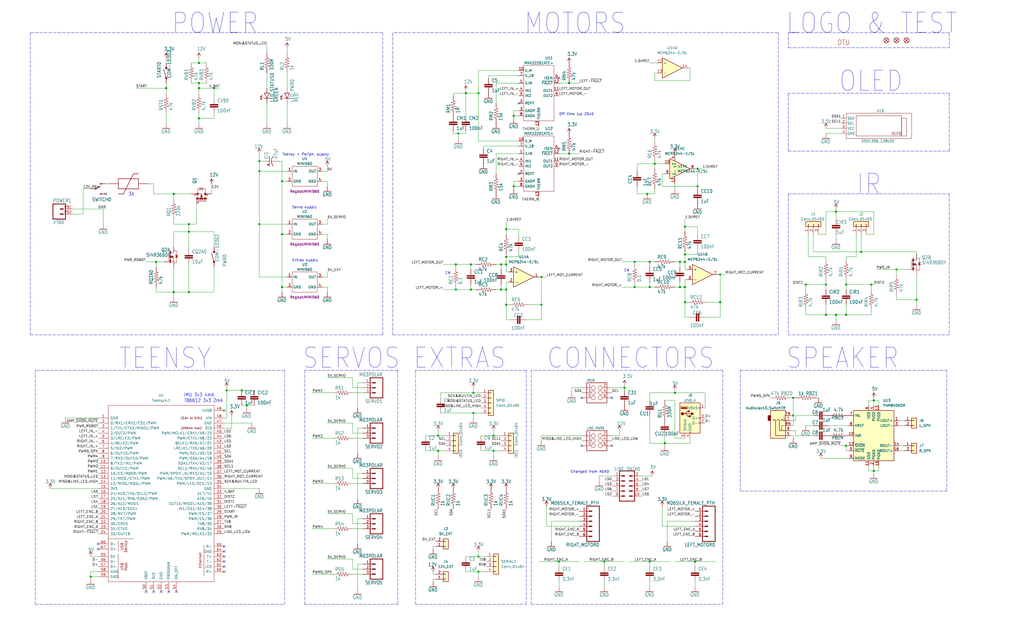
<source format=kicad_sch>
(kicad_sch (version 20211123) (generator eeschema)
  (paper "User" 516.433 316.636)
  (junction (at 351.79 85.09))
  (junction (at 248.92 219.71))
  (junction (at 426.72 143.51))
  (junction (at 421.64 158.75))
  (junction (at 220.98 219.71))
  (junction (at 100.33 41.91))
  (junction (at 345.44 128.27))
  (junction (at 100.33 59.69))
  (junction (at 229.87 133.35))
  (junction (at 255.27 133.35))
  (junction (at 326.39 97.79))
  (junction (at 87.63 97.79))
  (junction (at 234.95 46.99))
  (junction (at 87.63 147.32))
  (junction (at 142.24 118.11))
  (junction (at 351.79 93.98))
  (junction (at 440.69 201.93))
  (junction (at 78.74 132.08))
  (junction (at 327.66 283.21))
  (junction (at 238.76 198.12))
  (junction (at 95.25 113.03))
  (junction (at 421.64 106.68))
  (junction (at 238.76 208.28))
  (junction (at 100.33 31.75))
  (junction (at 259.08 58.42))
  (junction (at 241.3 46.99))
  (junction (at 231.14 67.31))
  (junction (at 330.2 82.55))
  (junction (at 363.22 152.4))
  (junction (at 255.27 129.54))
  (junction (at 345.44 152.4))
  (junction (at 130.81 81.28))
  (junction (at 335.28 223.52))
  (junction (at 95.25 116.84))
  (junction (at 350.52 283.21))
  (junction (at 273.05 153.67))
  (junction (at 426.72 224.79))
  (junction (at 416.56 158.75))
  (junction (at 345.44 144.78))
  (junction (at 462.28 151.13))
  (junction (at 287.02 41.91))
  (junction (at 252.73 146.05))
  (junction (at 95.25 147.32))
  (junction (at 237.49 146.05))
  (junction (at 255.27 115.57))
  (junction (at 255.27 146.05))
  (junction (at 273.05 139.7))
  (junction (at 327.66 144.78))
  (junction (at 304.8 283.21))
  (junction (at 255.27 153.67))
  (junction (at 100.33 44.45))
  (junction (at 363.22 138.43))
  (junction (at 237.49 133.35))
  (junction (at 130.81 113.03))
  (junction (at 130.81 86.36))
  (junction (at 314.96 195.58))
  (junction (at 342.9 132.08))
  (junction (at 241.3 280.67))
  (junction (at 345.44 132.08))
  (junction (at 229.87 146.05))
  (junction (at 327.66 132.08))
  (junction (at 281.94 283.21))
  (junction (at 287.02 77.47))
  (junction (at 342.9 144.78))
  (junction (at 248.92 227.33))
  (junction (at 320.04 144.78))
  (junction (at 121.92 196.85))
  (junction (at 114.3 196.85))
  (junction (at 400.05 209.55))
  (junction (at 142.24 91.44))
  (junction (at 107.95 44.45))
  (junction (at 83.82 44.45))
  (junction (at 320.04 132.08))
  (junction (at 439.42 143.51))
  (junction (at 416.56 143.51))
  (junction (at 434.34 127))
  (junction (at 426.72 158.75))
  (junction (at 241.3 288.29))
  (junction (at 259.08 93.98))
  (junction (at 124.46 204.47))
  (junction (at 440.69 237.49))
  (junction (at 142.24 144.78))
  (junction (at 252.73 133.35))
  (junction (at 452.12 135.89))
  (junction (at 400.05 200.66))
  (junction (at 220.98 227.33))
  (junction (at 340.36 198.12))
  (junction (at 406.4 143.51))
  (junction (at 45.72 290.83))
  (junction (at 345.44 114.3))
  (no_connect (at 49.53 276.86))
  (no_connect (at 88.9 298.45))
  (no_connect (at 308.61 224.79))
  (no_connect (at 293.37 224.79))
  (no_connect (at 85.09 298.45))
  (no_connect (at 49.53 274.32))
  (no_connect (at 113.03 288.29))
  (no_connect (at 113.03 280.67))
  (no_connect (at 113.03 283.21))
  (no_connect (at 113.03 285.75))
  (no_connect (at 113.03 278.13))
  (no_connect (at 113.03 275.59))
  (no_connect (at 113.03 207.01))
  (no_connect (at 261.62 87.63))
  (no_connect (at 81.28 298.45))
  (no_connect (at 53.34 97.79))
  (no_connect (at 293.37 200.66))
  (no_connect (at 308.61 200.66))
  (no_connect (at 77.47 298.45))
  (no_connect (at 261.62 52.07))
  (no_connect (at 73.66 298.45))
  (no_connect (at 281.94 39.37))
  (no_connect (at 281.94 74.93))
  (wire (pts (xy 228.6 46.99) (xy 234.95 46.99)))
  (wire (pts (xy 462.28 151.13) (xy 462.28 153.67)))
  (wire (pts (xy 130.81 81.28) (xy 133.35 81.28)))
  (wire (pts (xy 87.63 113.03) (xy 95.25 113.03)))
  (wire (pts (xy 406.4 158.75) (xy 416.56 158.75)))
  (wire (pts (xy 231.14 67.31) (xy 231.14 69.85)))
  (wire (pts (xy 259.08 93.98) (xy 259.08 95.25)))
  (wire (pts (xy 252.73 133.35) (xy 252.73 135.89)))
  (wire (pts (xy 218.44 289.56) (xy 218.44 288.29)))
  (polyline (pts (xy 153.67 186.69) (xy 153.67 304.8)))
  (wire (pts (xy 421.64 106.68) (xy 440.69 106.68)))
  (wire (pts (xy 288.29 198.12) (xy 288.29 195.58)))
  (wire (pts (xy 182.88 261.62) (xy 180.34 261.62)))
  (wire (pts (xy 421.64 118.11) (xy 421.64 120.65)))
  (wire (pts (xy 314.96 195.58) (xy 314.96 194.31)))
  (wire (pts (xy 294.64 283.21) (xy 304.8 283.21)))
  (wire (pts (xy 182.88 198.12) (xy 177.8 198.12)))
  (wire (pts (xy 182.88 193.04) (xy 180.34 193.04)))
  (wire (pts (xy 410.21 209.55) (xy 401.32 209.55)))
  (wire (pts (xy 100.33 59.69) (xy 107.95 59.69)))
  (wire (pts (xy 214.63 219.71) (xy 220.98 219.71)))
  (wire (pts (xy 406.4 214.63) (xy 410.21 214.63)))
  (wire (pts (xy 416.56 106.68) (xy 421.64 106.68)))
  (wire (pts (xy 231.14 67.31) (xy 234.95 67.31)))
  (wire (pts (xy 416.56 153.67) (xy 416.56 158.75)))
  (wire (pts (xy 165.1 86.36) (xy 165.1 83.82)))
  (wire (pts (xy 327.66 295.91) (xy 327.66 293.37)))
  (wire (pts (xy 144.78 139.7) (xy 130.81 139.7)))
  (wire (pts (xy 248.92 227.33) (xy 252.73 227.33)))
  (wire (pts (xy 87.63 97.79) (xy 96.52 97.79)))
  (wire (pts (xy 142.24 81.28) (xy 140.97 81.28)))
  (polyline (pts (xy 478.79 97.79) (xy 478.79 168.91)))
  (wire (pts (xy 327.66 209.55) (xy 327.66 223.52)))
  (wire (pts (xy 182.88 284.48) (xy 180.34 284.48)))
  (wire (pts (xy 416.56 106.68) (xy 416.56 118.11)))
  (wire (pts (xy 452.12 135.89) (xy 441.96 135.89)))
  (wire (pts (xy 351.79 85.09) (xy 350.52 85.09)))
  (wire (pts (xy 330.2 97.79) (xy 326.39 97.79)))
  (wire (pts (xy 167.64 220.98) (xy 157.48 220.98)))
  (wire (pts (xy 220.98 227.33) (xy 220.98 229.87)))
  (wire (pts (xy 162.56 118.11) (xy 165.1 118.11)))
  (wire (pts (xy 95.25 113.03) (xy 95.25 116.84)))
  (wire (pts (xy 41.91 107.95) (xy 41.91 95.25)))
  (wire (pts (xy 250.19 133.35) (xy 252.73 133.35)))
  (wire (pts (xy 83.82 46.99) (xy 83.82 44.45)))
  (wire (pts (xy 238.76 198.12) (xy 242.57 198.12)))
  (wire (pts (xy 327.66 283.21) (xy 337.82 283.21)))
  (wire (pts (xy 248.92 217.17) (xy 248.92 219.71)))
  (wire (pts (xy 228.6 67.31) (xy 231.14 67.31)))
  (wire (pts (xy 142.24 118.11) (xy 144.78 118.11)))
  (wire (pts (xy 426.72 224.79) (xy 427.99 224.79)))
  (wire (pts (xy 124.46 204.47) (xy 124.46 205.74)))
  (wire (pts (xy 271.78 139.7) (xy 273.05 139.7)))
  (polyline (pts (xy 364.49 186.69) (xy 267.97 186.69)))
  (wire (pts (xy 401.32 217.17) (xy 398.78 217.17)))
  (wire (pts (xy 87.63 113.03) (xy 87.63 110.49)))
  (wire (pts (xy 304.8 285.75) (xy 304.8 283.21)))
  (polyline (pts (xy 267.97 304.8) (xy 364.49 304.8)))
  (wire (pts (xy 255.27 142.24) (xy 255.27 146.05)))
  (wire (pts (xy 440.69 118.11) (xy 440.69 106.68)))
  (wire (pts (xy 87.63 147.32) (xy 95.25 147.32)))
  (wire (pts (xy 36.83 107.95) (xy 41.91 107.95)))
  (wire (pts (xy 177.8 195.58) (xy 177.8 190.5)))
  (wire (pts (xy 130.81 113.03) (xy 130.81 86.36)))
  (wire (pts (xy 180.34 261.62) (xy 180.34 274.32)))
  (wire (pts (xy 434.34 127) (xy 462.28 127)))
  (wire (pts (xy 281.94 77.47) (xy 287.02 77.47)))
  (wire (pts (xy 355.6 160.02) (xy 363.22 160.02)))
  (wire (pts (xy 237.49 146.05) (xy 240.03 146.05)))
  (polyline (pts (xy 265.43 186.69) (xy 265.43 304.8)))
  (wire (pts (xy 414.02 231.14) (xy 427.99 231.14)))
  (wire (pts (xy 100.33 41.91) (xy 104.14 41.91)))
  (wire (pts (xy 177.8 281.94) (xy 165.1 281.94)))
  (wire (pts (xy 416.56 67.31) (xy 424.18 67.31)))
  (wire (pts (xy 180.34 238.76) (xy 180.34 251.46)))
  (wire (pts (xy 182.88 215.9) (xy 180.34 215.9)))
  (wire (pts (xy 405.13 143.51) (xy 406.4 143.51)))
  (wire (pts (xy 130.81 113.03) (xy 144.78 113.03)))
  (wire (pts (xy 162.56 91.44) (xy 165.1 91.44)))
  (wire (pts (xy 330.2 82.55) (xy 335.28 82.55)))
  (wire (pts (xy 351.79 85.09) (xy 351.79 93.98)))
  (wire (pts (xy 304.8 295.91) (xy 304.8 293.37)))
  (wire (pts (xy 401.32 212.09) (xy 398.78 212.09)))
  (wire (pts (xy 340.36 220.98) (xy 340.36 201.93)))
  (wire (pts (xy 347.98 160.02) (xy 345.44 160.02)))
  (wire (pts (xy 229.87 146.05) (xy 229.87 144.78)))
  (wire (pts (xy 87.63 116.84) (xy 95.25 116.84)))
  (wire (pts (xy 452.12 138.43) (xy 452.12 135.89)))
  (wire (pts (xy 271.78 101.6) (xy 271.78 99.06)))
  (wire (pts (xy 180.34 215.9) (xy 180.34 228.6)))
  (polyline (pts (xy 478.79 168.91) (xy 397.51 168.91)))
  (wire (pts (xy 335.28 224.79) (xy 335.28 223.52)))
  (wire (pts (xy 273.05 219.71) (xy 293.37 219.71)))
  (wire (pts (xy 134.62 26.67) (xy 134.62 22.86)))
  (wire (pts (xy 346.71 140.97) (xy 345.44 140.97)))
  (wire (pts (xy 351.79 93.98) (xy 351.79 95.25)))
  (wire (pts (xy 252.73 146.05) (xy 255.27 146.05)))
  (wire (pts (xy 96.52 41.91) (xy 100.33 41.91)))
  (wire (pts (xy 162.56 139.7) (xy 165.1 139.7)))
  (wire (pts (xy 142.24 91.44) (xy 144.78 91.44)))
  (wire (pts (xy 182.88 289.56) (xy 177.8 289.56)))
  (wire (pts (xy 259.08 55.88) (xy 259.08 58.42)))
  (wire (pts (xy 400.05 209.55) (xy 398.78 209.55)))
  (polyline (pts (xy 478.79 16.51) (xy 397.51 16.51)))
  (wire (pts (xy 228.6 48.26) (xy 228.6 46.99)))
  (wire (pts (xy 363.22 160.02) (xy 363.22 152.4)))
  (wire (pts (xy 228.6 66.04) (xy 228.6 67.31)))
  (wire (pts (xy 45.72 288.29) (xy 45.72 290.83)))
  (wire (pts (xy 78.74 132.08) (xy 82.55 132.08)))
  (wire (pts (xy 340.36 198.12) (xy 327.66 198.12)))
  (wire (pts (xy 412.75 118.11) (xy 416.56 118.11)))
  (wire (pts (xy 330.2 81.28) (xy 330.2 82.55)))
  (polyline (pts (xy 478.79 16.51) (xy 478.79 24.13)))
  (wire (pts (xy 334.01 87.63) (xy 334.01 93.98)))
  (wire (pts (xy 83.82 44.45) (xy 83.82 41.91)))
  (wire (pts (xy 107.95 59.69) (xy 107.95 57.15)))
  (wire (pts (xy 83.82 57.15) (xy 83.82 62.23)))
  (wire (pts (xy 100.33 44.45) (xy 107.95 44.45)))
  (wire (pts (xy 177.8 287.02) (xy 177.8 281.94)))
  (wire (pts (xy 345.44 140.97) (xy 345.44 144.78)))
  (wire (pts (xy 220.98 227.33) (xy 224.79 227.33)))
  (wire (pts (xy 234.95 45.72) (xy 234.95 46.99)))
  (wire (pts (xy 400.05 219.71) (xy 400.05 220.98)))
  (wire (pts (xy 223.52 146.05) (xy 229.87 146.05)))
  (wire (pts (xy 177.8 259.08) (xy 165.1 259.08)))
  (wire (pts (xy 241.3 35.56) (xy 241.3 46.99)))
  (wire (pts (xy 162.56 144.78) (xy 165.1 144.78)))
  (wire (pts (xy 421.64 158.75) (xy 426.72 158.75)))
  (polyline (pts (xy 477.52 247.65) (xy 477.52 186.69)))
  (wire (pts (xy 440.69 237.49) (xy 440.69 238.76)))
  (wire (pts (xy 45.72 290.83) (xy 45.72 292.1)))
  (polyline (pts (xy 17.78 304.8) (xy 143.51 304.8)))
  (wire (pts (xy 439.42 146.05) (xy 439.42 143.51)))
  (wire (pts (xy 182.88 220.98) (xy 177.8 220.98)))
  (polyline (pts (xy 198.12 16.51) (xy 198.12 168.91)))
  (wire (pts (xy 350.52 262.89) (xy 336.55 262.89)))
  (wire (pts (xy 177.8 236.22) (xy 165.1 236.22)))
  (wire (pts (xy 177.8 218.44) (xy 177.8 213.36)))
  (wire (pts (xy 165.1 139.7) (xy 165.1 137.16)))
  (wire (pts (xy 453.39 212.09) (xy 455.93 212.09)))
  (polyline (pts (xy 193.04 168.91) (xy 193.04 16.51)))
  (wire (pts (xy 334.01 265.43) (xy 334.01 255.27)))
  (wire (pts (xy 453.39 227.33) (xy 455.93 227.33)))
  (wire (pts (xy 314.96 196.85) (xy 314.96 195.58)))
  (wire (pts (xy 327.66 134.62) (xy 327.66 132.08)))
  (wire (pts (xy 327.66 132.08) (xy 330.2 132.08)))
  (wire (pts (xy 96.52 31.75) (xy 100.33 31.75)))
  (wire (pts (xy 278.13 262.89) (xy 278.13 273.05)))
  (wire (pts (xy 74.93 92.71) (xy 77.47 92.71)))
  (wire (pts (xy 327.66 223.52) (xy 335.28 223.52)))
  (wire (pts (xy 265.43 161.29) (xy 273.05 161.29)))
  (polyline (pts (xy 267.97 186.69) (xy 267.97 304.8)))
  (wire (pts (xy 351.79 85.09) (xy 354.33 85.09)))
  (wire (pts (xy 416.56 64.77) (xy 424.18 64.77)))
  (wire (pts (xy 237.49 133.35) (xy 229.87 133.35)))
  (wire (pts (xy 73.66 132.08) (xy 78.74 132.08)))
  (wire (pts (xy 255.27 111.76) (xy 255.27 115.57)))
  (polyline (pts (xy 209.55 304.8) (xy 265.43 304.8)))
  (wire (pts (xy 416.56 158.75) (xy 421.64 158.75)))
  (wire (pts (xy 177.8 213.36) (xy 165.1 213.36)))
  (wire (pts (xy 142.24 144.78) (xy 144.78 144.78)))
  (wire (pts (xy 219.71 275.59) (xy 218.44 275.59)))
  (wire (pts (xy 426.72 158.75) (xy 439.42 158.75)))
  (wire (pts (xy 99.06 113.03) (xy 95.25 113.03)))
  (wire (pts (xy 273.05 222.25) (xy 273.05 219.71)))
  (polyline (pts (xy 198.12 168.91) (xy 392.43 168.91)))
  (polyline (pts (xy 397.51 76.2) (xy 478.79 76.2)))
  (wire (pts (xy 53.34 92.71) (xy 54.61 92.71)))
  (polyline (pts (xy 209.55 186.69) (xy 209.55 304.8)))
  (wire (pts (xy 304.8 283.21) (xy 314.96 283.21)))
  (wire (pts (xy 400.05 200.66) (xy 400.05 209.55)))
  (wire (pts (xy 438.15 237.49) (xy 440.69 237.49)))
  (wire (pts (xy 261.62 55.88) (xy 259.08 55.88)))
  (wire (pts (xy 100.33 31.75) (xy 104.14 31.75)))
  (wire (pts (xy 351.79 118.11) (xy 351.79 114.3)))
  (wire (pts (xy 327.66 132.08) (xy 320.04 132.08)))
  (wire (pts (xy 323.85 240.03) (xy 328.93 240.03)))
  (wire (pts (xy 45.72 280.67) (xy 49.53 280.67)))
  (wire (pts (xy 87.63 124.46) (xy 87.63 116.84)))
  (wire (pts (xy 114.3 196.85) (xy 121.92 196.85)))
  (wire (pts (xy 167.64 266.7) (xy 157.48 266.7)))
  (wire (pts (xy 410.21 118.11) (xy 410.21 127)))
  (wire (pts (xy 400.05 214.63) (xy 400.05 209.55)))
  (wire (pts (xy 398.78 214.63) (xy 400.05 214.63)))
  (wire (pts (xy 273.05 153.67) (xy 266.7 153.67)))
  (wire (pts (xy 162.56 113.03) (xy 165.1 113.03)))
  (wire (pts (xy 130.81 139.7) (xy 130.81 113.03)))
  (wire (pts (xy 275.59 265.43) (xy 275.59 255.27)))
  (wire (pts (xy 144.78 36.83) (xy 144.78 44.45)))
  (wire (pts (xy 238.76 195.58) (xy 238.76 198.12)))
  (wire (pts (xy 177.8 190.5) (xy 165.1 190.5)))
  (wire (pts (xy 142.24 144.78) (xy 142.24 147.32)))
  (wire (pts (xy 261.62 41.91) (xy 250.19 41.91)))
  (wire (pts (xy 273.05 139.7) (xy 275.59 139.7)))
  (wire (pts (xy 241.3 278.13) (xy 241.3 280.67)))
  (wire (pts (xy 327.66 142.24) (xy 327.66 144.78)))
  (wire (pts (xy 100.33 41.91) (xy 100.33 44.45)))
  (wire (pts (xy 453.39 214.63) (xy 455.93 214.63)))
  (wire (pts (xy 256.54 137.16) (xy 255.27 137.16)))
  (wire (pts (xy 342.9 132.08) (xy 345.44 132.08)))
  (wire (pts (xy 106.68 97.79) (xy 106.68 92.71)))
  (wire (pts (xy 281.94 41.91) (xy 287.02 41.91)))
  (wire (pts (xy 363.22 138.43) (xy 365.76 138.43)))
  (wire (pts (xy 113.03 215.9) (xy 116.84 215.9)))
  (wire (pts (xy 462.28 151.13) (xy 462.28 138.43)))
  (polyline (pts (xy 478.79 46.99) (xy 478.79 76.2)))
  (wire (pts (xy 261.62 129.54) (xy 255.27 129.54)))
  (polyline (pts (xy 15.24 16.51) (xy 15.24 168.91)))
  (wire (pts (xy 167.64 198.12) (xy 157.48 198.12)))
  (wire (pts (xy 400.05 200.66) (xy 401.32 200.66)))
  (wire (pts (xy 77.47 92.71) (xy 77.47 97.79)))
  (wire (pts (xy 165.1 144.78) (xy 165.1 147.32)))
  (wire (pts (xy 223.52 133.35) (xy 229.87 133.35)))
  (wire (pts (xy 220.98 217.17) (xy 220.98 219.71)))
  (wire (pts (xy 340.36 196.85) (xy 340.36 198.12)))
  (wire (pts (xy 100.33 44.45) (xy 100.33 46.99)))
  (polyline (pts (xy 143.51 186.69) (xy 17.78 186.69)))
  (wire (pts (xy 302.26 240.03) (xy 302.26 242.57)))
  (wire (pts (xy 292.1 265.43) (xy 275.59 265.43)))
  (wire (pts (xy 320.04 132.08) (xy 320.04 133.35)))
  (polyline (pts (xy 397.51 97.79) (xy 397.51 168.91)))
  (wire (pts (xy 100.33 57.15) (xy 100.33 59.69)))
  (wire (pts (xy 261.62 77.47) (xy 250.19 77.47)))
  (wire (pts (xy 220.98 219.71) (xy 224.79 219.71)))
  (wire (pts (xy 95.25 133.35) (xy 95.25 147.32)))
  (wire (pts (xy 182.88 238.76) (xy 180.34 238.76)))
  (wire (pts (xy 292.1 262.89) (xy 278.13 262.89)))
  (wire (pts (xy 436.88 118.11) (xy 440.69 118.11)))
  (polyline (pts (xy 373.38 186.69) (xy 373.38 247.65)))
  (wire (pts (xy 421.64 106.68) (xy 421.64 110.49)))
  (wire (pts (xy 180.34 284.48) (xy 180.34 297.18)))
  (wire (pts (xy 350.52 265.43) (xy 334.01 265.43)))
  (wire (pts (xy 287.02 77.47) (xy 292.1 77.47)))
  (wire (pts (xy 114.3 195.58) (xy 114.3 196.85)))
  (wire (pts (xy 351.79 128.27) (xy 345.44 128.27)))
  (wire (pts (xy 78.74 144.78) (xy 78.74 147.32)))
  (wire (pts (xy 308.61 240.03) (xy 302.26 240.03)))
  (wire (pts (xy 177.8 264.16) (xy 177.8 259.08)))
  (wire (pts (xy 351.79 114.3) (xy 345.44 114.3)))
  (wire (pts (xy 250.19 41.91) (xy 250.19 52.07)))
  (polyline (pts (xy 200.66 186.69) (xy 200.66 304.8)))
  (wire (pts (xy 255.27 161.29) (xy 255.27 153.67)))
  (wire (pts (xy 351.79 125.73) (xy 351.79 128.27)))
  (wire (pts (xy 100.33 59.69) (xy 100.33 62.23)))
  (wire (pts (xy 321.31 86.36) (xy 321.31 82.55)))
  (wire (pts (xy 241.3 280.67) (xy 245.11 280.67)))
  (wire (pts (xy 165.1 118.11) (xy 165.1 120.65)))
  (wire (pts (xy 426.72 146.05) (xy 426.72 143.51)))
  (wire (pts (xy 49.53 288.29) (xy 45.72 288.29)))
  (wire (pts (xy 114.3 196.85) (xy 114.3 210.82)))
  (wire (pts (xy 342.9 144.78) (xy 345.44 144.78)))
  (wire (pts (xy 243.84 73.66) (xy 261.62 73.66)))
  (wire (pts (xy 416.56 130.81) (xy 416.56 129.54)))
  (wire (pts (xy 312.42 219.71) (xy 312.42 217.17)))
  (wire (pts (xy 250.19 146.05) (xy 252.73 146.05)))
  (wire (pts (xy 237.49 135.89) (xy 237.49 133.35)))
  (wire (pts (xy 261.62 35.56) (xy 241.3 35.56)))
  (polyline (pts (xy 153.67 304.8) (xy 200.66 304.8)))
  (wire (pts (xy 452.12 135.89) (xy 457.2 135.89)))
  (polyline (pts (xy 392.43 16.51) (xy 198.12 16.51)))
  (wire (pts (xy 113.03 246.38) (xy 130.81 246.38)))
  (wire (pts (xy 241.3 288.29) (xy 241.3 290.83)))
  (wire (pts (xy 180.34 193.04) (xy 180.34 205.74)))
  (wire (pts (xy 142.24 81.28) (xy 142.24 91.44)))
  (wire (pts (xy 350.52 283.21) (xy 360.68 283.21)))
  (wire (pts (xy 241.3 71.12) (xy 261.62 71.12)))
  (wire (pts (xy 345.44 220.98) (xy 340.36 220.98)))
  (wire (pts (xy 281.94 285.75) (xy 281.94 283.21)))
  (wire (pts (xy 398.78 219.71) (xy 400.05 219.71)))
  (wire (pts (xy 271.78 283.21) (xy 281.94 283.21)))
  (wire (pts (xy 130.81 86.36) (xy 144.78 86.36)))
  (wire (pts (xy 165.1 113.03) (xy 165.1 110.49)))
  (wire (pts (xy 182.88 287.02) (xy 177.8 287.02)))
  (wire (pts (xy 237.49 133.35) (xy 240.03 133.35)))
  (wire (pts (xy 416.56 140.97) (xy 416.56 143.51)))
  (wire (pts (xy 355.6 198.12) (xy 340.36 198.12)))
  (wire (pts (xy 335.28 223.52) (xy 335.28 219.71)))
  (wire (pts (xy 424.18 224.79) (xy 426.72 224.79)))
  (wire (pts (xy 134.62 36.83) (xy 134.62 44.45)))
  (wire (pts (xy 288.29 195.58) (xy 293.37 195.58)))
  (wire (pts (xy 335.28 87.63) (xy 334.01 87.63)))
  (wire (pts (xy 320.04 144.78) (xy 320.04 143.51)))
  (wire (pts (xy 443.23 234.95) (xy 443.23 237.49)))
  (wire (pts (xy 443.23 204.47) (xy 443.23 201.93)))
  (wire (pts (xy 440.69 234.95) (xy 440.69 237.49)))
  (wire (pts (xy 25.4 246.38) (xy 49.53 246.38)))
  (polyline (pts (xy 143.51 186.69) (xy 143.51 304.8)))
  (wire (pts (xy 426.72 227.33) (xy 426.72 224.79)))
  (wire (pts (xy 273.05 139.7) (xy 273.05 153.67)))
  (wire (pts (xy 252.73 133.35) (xy 255.27 133.35)))
  (wire (pts (xy 87.63 147.32) (xy 87.63 134.62)))
  (wire (pts (xy 452.12 148.59) (xy 452.12 151.13)))
  (wire (pts (xy 255.27 146.05) (xy 255.27 153.67)))
  (wire (pts (xy 261.62 58.42) (xy 259.08 58.42)))
  (polyline (pts (xy 373.38 247.65) (xy 477.52 247.65)))
  (wire (pts (xy 182.88 266.7) (xy 177.8 266.7)))
  (wire (pts (xy 426.72 143.51) (xy 439.42 143.51)))
  (wire (pts (xy 340.36 95.25) (xy 340.36 92.71)))
  (wire (pts (xy 49.53 290.83) (xy 45.72 290.83)))
  (wire (pts (xy 327.66 285.75) (xy 327.66 283.21)))
  (wire (pts (xy 363.22 152.4) (xy 356.87 152.4)))
  (wire (pts (xy 182.88 243.84) (xy 177.8 243.84)))
  (wire (pts (xy 313.69 132.08) (xy 320.04 132.08)))
  (wire (pts (xy 144.78 62.23) (xy 144.78 52.07)))
  (wire (pts (xy 261.62 127) (xy 261.62 129.54)))
  (wire (pts (xy 241.3 46.99) (xy 234.95 46.99)))
  (wire (pts (xy 259.08 58.42) (xy 259.08 59.69)))
  (wire (pts (xy 182.88 241.3) (xy 177.8 241.3)))
  (wire (pts (xy 116.84 215.9) (xy 116.84 209.55)))
  (wire (pts (xy 33.02 210.82) (xy 49.53 210.82)))
  (wire (pts (xy 99.06 102.87) (xy 99.06 113.03)))
  (wire (pts (xy 242.57 227.33) (xy 248.92 227.33)))
  (wire (pts (xy 416.56 146.05) (xy 416.56 143.51)))
  (wire (pts (xy 427.99 227.33) (xy 426.72 227.33)))
  (wire (pts (xy 246.38 38.1) (xy 246.38 39.37)))
  (wire (pts (xy 330.2 69.85) (xy 330.2 71.12)))
  (wire (pts (xy 144.78 26.67) (xy 144.78 24.13)))
  (wire (pts (xy 273.05 161.29) (xy 273.05 153.67)))
  (wire (pts (xy 95.25 116.84) (xy 95.25 125.73)))
  (wire (pts (xy 355.6 205.74) (xy 355.6 198.12)))
  (wire (pts (xy 462.28 128.27) (xy 462.28 127)))
  (wire (pts (xy 351.79 93.98) (xy 334.01 93.98)))
  (wire (pts (xy 130.81 86.36) (xy 130.81 81.28)))
  (polyline (pts (xy 15.24 168.91) (xy 193.04 168.91)))
  (wire (pts (xy 345.44 135.89) (xy 346.71 135.89)))
  (wire (pts (xy 347.98 40.64) (xy 330.2 40.64)))
  (polyline (pts (xy 397.51 16.51) (xy 397.51 24.13)))
  (wire (pts (xy 439.42 143.51) (xy 440.69 143.51)))
  (wire (pts (xy 252.73 143.51) (xy 252.73 146.05)))
  (wire (pts (xy 256.54 153.67) (xy 255.27 153.67)))
  (wire (pts (xy 271.78 66.04) (xy 271.78 63.5)))
  (wire (pts (xy 347.98 34.29) (xy 347.98 40.64)))
  (wire (pts (xy 330.2 40.64) (xy 330.2 36.83)))
  (wire (pts (xy 229.87 133.35) (xy 229.87 134.62)))
  (wire (pts (xy 406.4 156.21) (xy 406.4 158.75)))
  (wire (pts (xy 426.72 140.97) (xy 426.72 143.51)))
  (wire (pts (xy 250.19 77.47) (xy 250.19 87.63)))
  (wire (pts (xy 107.95 134.62) (xy 107.95 147.32)))
  (polyline (pts (xy 373.38 186.69) (xy 477.52 186.69)))
  (wire (pts (xy 345.44 144.78) (xy 345.44 152.4)))
  (wire (pts (xy 407.67 129.54) (xy 407.67 118.11)))
  (wire (pts (xy 234.95 67.31) (xy 234.95 66.04)))
  (wire (pts (xy 241.3 288.29) (xy 245.11 288.29)))
  (wire (pts (xy 440.69 200.66) (xy 440.69 201.93)))
  (wire (pts (xy 100.33 31.75) (xy 100.33 29.21)))
  (wire (pts (xy 340.36 201.93) (xy 335.28 201.93)))
  (wire (pts (xy 261.62 38.1) (xy 246.38 38.1)))
  (wire (pts (xy 77.47 97.79) (xy 87.63 97.79)))
  (polyline (pts (xy 392.43 168.91) (xy 392.43 16.51)))
  (wire (pts (xy 347.98 220.98) (xy 347.98 223.52)))
  (wire (pts (xy 401.32 219.71) (xy 410.21 219.71)))
  (wire (pts (xy 255.27 128.27) (xy 255.27 129.54)))
  (wire (pts (xy 313.69 144.78) (xy 320.04 144.78)))
  (wire (pts (xy 218.44 275.59) (xy 218.44 276.86)))
  (wire (pts (xy 336.55 262.89) (xy 336.55 273.05)))
  (wire (pts (xy 401.32 219.71) (xy 401.32 217.17)))
  (wire (pts (xy 222.25 198.12) (xy 238.76 198.12)))
  (wire (pts (xy 41.91 95.25) (xy 45.72 95.25)))
  (wire (pts (xy 167.64 289.56) (xy 157.48 289.56)))
  (wire (pts (xy 434.34 127) (xy 434.34 118.11)))
  (wire (pts (xy 234.95 280.67) (xy 241.3 280.67)))
  (wire (pts (xy 234.95 46.99) (xy 234.95 58.42)))
  (wire (pts (xy 361.95 138.43) (xy 363.22 138.43)))
  (wire (pts (xy 107.95 147.32) (xy 95.25 147.32)))
  (polyline (pts (xy 200.66 186.69) (xy 153.67 186.69)))
  (wire (pts (xy 421.64 105.41) (xy 421.64 106.68)))
  (wire (pts (xy 248.92 227.33) (xy 248.92 229.87)))
  (wire (pts (xy 417.83 214.63) (xy 427.99 214.63)))
  (wire (pts (xy 107.95 49.53) (xy 107.95 44.45)))
  (polyline (pts (xy 364.49 304.8) (xy 364.49 186.69)))
  (wire (pts (xy 36.83 105.41) (xy 52.07 105.41)))
  (wire (pts (xy 345.44 110.49) (xy 345.44 114.3)))
  (wire (pts (xy 261.62 119.38) (xy 261.62 115.57)))
  (wire (pts (xy 308.61 219.71) (xy 312.42 219.71)))
  (wire (pts (xy 426.72 158.75) (xy 426.72 153.67)))
  (wire (pts (xy 416.56 129.54) (xy 407.67 129.54)))
  (wire (pts (xy 406.4 146.05) (xy 406.4 143.51)))
  (wire (pts (xy 243.84 73.66) (xy 243.84 74.93)))
  (wire (pts (xy 134.62 62.23) (xy 134.62 52.07)))
  (wire (pts (xy 222.25 198.12) (xy 222.25 200.66)))
  (wire (pts (xy 238.76 208.28) (xy 242.57 208.28)))
  (wire (pts (xy 242.57 219.71) (xy 248.92 219.71)))
  (wire (pts (xy 443.23 201.93) (xy 440.69 201.93)))
  (wire (pts (xy 345.44 127) (xy 345.44 128.27)))
  (polyline (pts (xy 193.04 16.51) (xy 15.24 16.51)))
  (wire (pts (xy 440.69 201.93) (xy 438.15 201.93)))
  (wire (pts (xy 439.42 158.75) (xy 439.42 156.21)))
  (wire (pts (xy 308.61 195.58) (xy 314.96 195.58)))
  (wire (pts (xy 340.36 132.08) (xy 342.9 132.08)))
  (polyline (pts (xy 17.78 186.69) (xy 17.78 304.8)))
  (wire (pts (xy 346.71 152.4) (xy 345.44 152.4)))
  (wire (pts (xy 182.88 195.58) (xy 177.8 195.58)))
  (wire (pts (xy 342.9 142.24) (xy 342.9 144.78)))
  (wire (pts (xy 287.02 41.91) (xy 292.1 41.91)))
  (wire (pts (xy 261.62 91.44) (xy 259.08 91.44)))
  (wire (pts (xy 281.94 295.91) (xy 281.94 293.37)))
  (wire (pts (xy 87.63 100.33) (xy 87.63 97.79)))
  (wire (pts (xy 142.24 118.11) (xy 142.24 144.78)))
  (wire (pts (xy 363.22 138.43) (xy 363.22 152.4)))
  (wire (pts (xy 321.31 82.55) (xy 330.2 82.55)))
  (wire (pts (xy 431.8 129.54) (xy 431.8 118.11)))
  (wire (pts (xy 438.15 201.93) (xy 438.15 204.47)))
  (wire (pts (xy 416.56 143.51) (xy 406.4 143.51)))
  (wire (pts (xy 345.44 160.02) (xy 345.44 152.4)))
  (wire (pts (xy 340.36 144.78) (xy 342.9 144.78)))
  (polyline (pts (xy 397.51 46.99) (xy 397.51 76.2)))
  (wire (pts (xy 130.81 77.47) (xy 130.81 81.28)))
  (wire (pts (xy 237.49 143.51) (xy 237.49 146.05)))
  (wire (pts (xy 411.48 200.66) (xy 412.75 200.66)))
  (polyline (pts (xy 265.43 186.69) (xy 209.55 186.69)))
  (wire (pts (xy 330.2 36.83) (xy 331.47 36.83)))
  (wire (pts (xy 345.44 114.3) (xy 345.44 116.84)))
  (wire (pts (xy 281.94 283.21) (xy 292.1 283.21)))
  (wire (pts (xy 214.63 227.33) (xy 220.98 227.33)))
  (wire (pts (xy 107.95 116.84) (xy 95.25 116.84)))
  (wire (pts (xy 259.08 91.44) (xy 259.08 93.98)))
  (wire (pts (xy 107.95 44.45) (xy 110.49 44.45)))
  (wire (pts (xy 342.9 132.08) (xy 342.9 134.62)))
  (wire (pts (xy 121.92 196.85) (xy 128.27 196.85)))
  (wire (pts (xy 452.12 151.13) (xy 462.28 151.13)))
  (wire (pts (xy 255.27 129.54) (xy 255.27 133.35)))
  (wire (pts (xy 238.76 208.28) (xy 238.76 210.82)))
  (wire (pts (xy 255.27 137.16) (xy 255.27 133.35)))
  (wire (pts (xy 443.23 237.49) (xy 440.69 237.49)))
  (wire (pts (xy 162.56 86.36) (xy 165.1 86.36)))
  (wire (pts (xy 142.24 91.44) (xy 142.24 118.11)))
  (wire (pts (xy 237.49 146.05) (xy 229.87 146.05)))
  (wire (pts (xy 438.15 234.95) (xy 438.15 237.49)))
  (wire (pts (xy 350.52 295.91) (xy 350.52 293.37)))
  (wire (pts (xy 330.2 82.55) (xy 330.2 85.09)))
  (wire (pts (xy 261.62 93.98) (xy 259.08 93.98)))
  (wire (pts (xy 182.88 218.44) (xy 177.8 218.44)))
  (wire (pts (xy 234.95 288.29) (xy 241.3 288.29)))
  (wire (pts (xy 398.78 200.66) (xy 400.05 200.66)))
  (wire (pts (xy 453.39 224.79) (xy 455.93 224.79)))
  (wire (pts (xy 182.88 264.16) (xy 177.8 264.16)))
  (wire (pts (xy 78.74 147.32) (xy 87.63 147.32)))
  (wire (pts (xy 345.44 128.27) (xy 345.44 132.08)))
  (wire (pts (xy 410.21 127) (xy 434.34 127)))
  (polyline (pts (xy 397.51 97.79) (xy 478.79 97.79)))
  (wire (pts (xy 401.32 209.55) (xy 401.32 212.09)))
  (polyline (pts (xy 397.51 24.13) (xy 478.79 24.13)))
  (wire (pts (xy 340.36 283.21) (xy 350.52 283.21)))
  (wire (pts (xy 327.66 144.78) (xy 320.04 144.78)))
  (wire (pts (xy 107.95 124.46) (xy 107.95 116.84)))
  (wire (pts (xy 219.71 292.1) (xy 218.44 292.1)))
  (wire (pts (xy 165.1 91.44) (xy 165.1 93.98)))
  (wire (pts (xy 83.82 31.75) (xy 83.82 29.21)))
  (wire (pts (xy 218.44 292.1) (xy 218.44 293.37)))
  (wire (pts (xy 317.5 283.21) (xy 327.66 283.21)))
  (wire (pts (xy 218.44 289.56) (xy 219.71 289.56)))
  (wire (pts (xy 256.54 142.24) (xy 255.27 142.24)))
  (wire (pts (xy 327.66 31.75) (xy 331.47 31.75)))
  (wire (pts (xy 255.27 161.29) (xy 257.81 161.29)))
  (wire (pts (xy 345.44 132.08) (xy 345.44 135.89)))
  (wire (pts (xy 426.72 129.54) (xy 431.8 129.54)))
  (wire (pts (xy 261.62 115.57) (xy 255.27 115.57)))
  (wire (pts (xy 78.74 132.08) (xy 78.74 134.62)))
  (wire (pts (xy 241.3 46.99) (xy 241.3 71.12)))
  (wire (pts (xy 321.31 97.79) (xy 326.39 97.79)))
  (wire (pts (xy 426.72 130.81) (xy 426.72 129.54)))
  (polyline (pts (xy 478.79 46.99) (xy 397.51 46.99)))
  (wire (pts (xy 114.3 210.82) (xy 113.03 210.82)))
  (wire (pts (xy 87.63 149.86) (xy 87.63 147.32)))
  (wire (pts (xy 321.31 93.98) (xy 321.31 97.79)))
  (wire (pts (xy 346.71 34.29) (xy 347.98 34.29)))
  (wire (pts (xy 167.64 243.84) (xy 157.48 243.84)))
  (wire (pts (xy 68.58 44.45) (xy 83.82 44.45)))
  (wire (pts (xy 421.64 161.29) (xy 421.64 158.75)))
  (wire (pts (xy 350.52 285.75) (xy 350.52 283.21)))
  (wire (pts (xy 177.8 241.3) (xy 177.8 236.22)))
  (wire (pts (xy 113.03 213.36) (xy 127 213.36)))
  (wire (pts (xy 121.92 204.47) (xy 124.46 204.47)))
  (wire (pts (xy 327.66 198.12) (xy 327.66 201.93)))
  (wire (pts (xy 347.98 223.52) (xy 335.28 223.52)))
  (wire (pts (xy 52.07 105.41) (xy 52.07 113.03)))
  (wire (pts (xy 255.27 115.57) (xy 255.27 118.11)))
  (wire (pts (xy 440.69 201.93) (xy 440.69 204.47)))
  (wire (pts (xy 124.46 204.47) (xy 128.27 204.47)))
  (wire (pts (xy 248.92 219.71) (xy 252.73 219.71)))
  (wire (pts (xy 222.25 208.28) (xy 238.76 208.28)))
  (wire (pts (xy 330.2 95.25) (xy 330.2 97.79)))
  (wire (pts (xy 327.66 144.78) (xy 330.2 144.78)))
  (text "Changed from AGND" (at 307.34 238.76 180) (effects (font (size 1.27 1.27)) (justify right bottom)))
  (text "IMU 3v3 4mA\nTB6612 3v3 2mA" (at 92.71 203.2 180) (effects (font (size 1.778 1.5113)) (justify left bottom)))
  (text "SPEAKER" (at 396.24 186.69 180) (effects (font (size 10.16 8.636)) (justify left bottom)))
  (text "Off time typ 20uS" (at 281.94 58.42 0) (effects (font (size 1.27 1.27)) (justify left bottom)))
  (text "Teensy + Periph. supply" (at 142.24 78.74 0) (effects (font (size 1.27 1.27)) (justify left bottom)))
  (text "TEENSY" (at 59.69 186.69 180) (effects (font (size 10.16 8.636)) (justify left bottom)))
  (text "3A" (at 64.77 99.06 180) (effects (font (size 1.778 1.5113)) (justify left bottom)))
  (text "Servo supply" (at 147.32 105.41 0) (effects (font (size 1.27 1.27)) (justify left bottom)))
  (text "MOTORS" (at 264.16 17.78 180) (effects (font (size 10.16 8.636)) (justify left bottom)))
  (text "IR" (at 431.8 99.06 180) (effects (font (size 10.16 8.636)) (justify left bottom)))
  (text "POWER" (at 86.36 17.78 180) (effects (font (size 10.16 8.636)) (justify left bottom)))
  (text "SERVOS" (at 152.4 186.69 180) (effects (font (size 10.16 8.636)) (justify left bottom)))
  (text "OLED\n" (at 422.91 46.99 180) (effects (font (size 10.16 8.636)) (justify left bottom)))
  (text "EXTRAS" (at 208.28 186.69 180) (effects (font (size 10.16 8.636)) (justify left bottom)))
  (text "LOGO & TEST" (at 396.24 17.78 180) (effects (font (size 10.16 8.636)) (justify left bottom)))
  (text "CONNECTORS" (at 275.59 186.69 180) (effects (font (size 10.16 8.636)) (justify left bottom)))
  (text "1W" (at 317.5 137.16 180) (effects (font (size 1.27 1.27)) (justify right bottom)))
  (text "1W" (at 227.33 138.43 180) (effects (font (size 1.27 1.27)) (justify right bottom)))
  (text "Extras supply" (at 147.32 132.08 0) (effects (font (size 1.27 1.27)) (justify left bottom)))
  (label "LS3" (at 113.03 223.52 0) (effects (font (size 1.2446 1.2446))))
  (label "LEFT_IN_+" (at 261.62 45.72 180) (effects (font (size 1.2446 1.2446))))
  (label "LEFT_ENC_A" (at 320.04 283.21 0) (effects (font (size 1.2446 1.2446))))
  (label "DIST2" (at 440.69 143.51 0) (effects (font (size 1.2446 1.2446))))
  (label "LEFT_MOT_CURRENT" (at 275.59 139.7 0) (effects (font (size 1.2446 1.2446))))
  (label "MISO&LINE_LED_HIGH" (at 242.57 205.74 180) (effects (font (size 1.2446 1.2446))))
  (label "PWM5_SPK" (at 49.53 228.6 180) (effects (font (size 1.2446 1.2446))))
  (label "LEFT_IN_-" (at 49.53 218.44 180) (effects (font (size 1.2446 1.2446))))
  (label "RIGHT_IN_-" (at 261.62 83.82 180) (effects (font (size 1.2446 1.2446))))
  (label "12V" (at 106.68 95.25 0) (effects (font (size 1.2446 1.2446))))
  (label "PWR_IR" (at 113.03 261.62 0) (effects (font (size 1.2446 1.2446))))
  (label "LEFT_ENC_A" (at 49.53 261.62 180) (effects (font (size 1.2446 1.2446))))
  (label "SDA" (at 224.79 224.79 180) (effects (font (size 1.2446 1.2446))))
  (label "LEFT_MOTOR_OUT" (at 281.94 45.72 0) (effects (font (size 1.2446 1.2446))))
  (label "1.5VREF" (at 327.66 31.75 180) (effects (font (size 1.2446 1.2446))))
  (label "SDA" (at 293.37 198.12 180) (effects (font (size 1.2446 1.2446))))
  (label "LEFT_IN_-" (at 261.62 48.26 180) (effects (font (size 1.2446 1.2446))))
  (label "SDA" (at 228.6 256.54 270) (effects (font (size 1.2446 1.2446))))
  (label "RIGHT_ENC_B" (at 292.1 270.51 180) (effects (font (size 1.2446 1.2446))))
  (label "LS2" (at 308.61 250.19 180) (effects (font (size 1.2446 1.2446))))
  (label "SDA" (at 113.03 231.14 0) (effects (font (size 1.2446 1.2446))))
  (label "RIGHT_ENC_A" (at 292.1 267.97 180) (effects (font (size 1.2446 1.2446))))
  (label "PWM1" (at 49.53 238.76 180) (effects (font (size 1.2446 1.2446))))
  (label "THERM_L" (at 271.78 66.04 180))
  (label "RX8" (at 245.11 285.75 180) (effects (font (size 1.2446 1.2446))))
  (label "1.5VREF" (at 354.33 85.09 0) (effects (font (size 1.2446 1.2446))))
  (label "5V_SERVO" (at 165.1 110.49 0) (effects (font (size 1.2446 1.2446))))
  (label "PWR_ROBOT" (at 73.66 132.08 180) (effects (font (size 1.2446 1.2446))))
  (label "RIGHT_MOTOR_+" (at 292.1 257.81 180) (effects (font (size 1.2446 1.2446))))
  (label "RIGHT_MOT_CURRENT" (at 113.03 241.3 0) (effects (font (size 1.2446 1.2446))))
  (label "RIGHT_MOTOR_OUT" (at 313.69 132.08 180) (effects (font (size 1.2446 1.2446))))
  (label "LEFT_ENC_B" (at 49.53 259.08 180) (effects (font (size 1.2446 1.2446))))
  (label "RIGHT_ENC_A" (at 274.32 283.21 0) (effects (font (size 1.2446 1.2446))))
  (label "LEFT_MOTOR_OUT" (at 223.52 133.35 180) (effects (font (size 1.2446 1.2446))))
  (label "LS6" (at 113.03 220.98 0) (effects (font (size 1.2446 1.2446))))
  (label "MOSI&STATUS_LED" (at 242.57 203.2 180) (effects (font (size 1.2446 1.2446))))
  (label "MISO&LINE_LED_HIGH" (at 49.53 243.84 180) (effects (font (size 1.2446 1.2446))))
  (label "PWM4" (at 157.48 266.7 0) (effects (font (size 1.2446 1.2446))))
  (label "LEFT_MOTOR_+" (at 350.52 257.81 180) (effects (font (size 1.2446 1.2446))))
  (label "V_BAT" (at 113.03 248.92 0) (effects (font (size 1.2446 1.2446))))
  (label "PWM2" (at 49.53 236.22 180) (effects (font (size 1.2446 1.2446))))
  (label "PWR_ROBOT" (at 49.53 215.9 180) (effects (font (size 1.2446 1.2446))))
  (label "SCL" (at 220.98 256.54 270) (effects (font (size 1.2446 1.2446))))
  (label "PWM3" (at 49.53 233.68 180) (effects (font (size 1.2446 1.2446))))
  (label "LS7" (at 49.53 251.46 180) (effects (font (size 1.2446 1.2446))))
  (label "LS0" (at 113.03 226.06 0) (effects (font (size 1.2446 1.2446))))
  (label "PWM5_SPK" (at 388.62 200.66 180) (effects (font (size 1.2446 1.2446))))
  (label "SCL1" (at 113.03 236.22 0) (effects (font (size 1.2446 1.2446))))
  (label "LEFT-~{FAULT}" (at 292.1 41.91 0))
  (label "SCL" (at 224.79 222.25 180) (effects (font (size 1.2446 1.2446))))
  (label "LINE_LED_LOW" (at 113.03 269.24 0) (effects (font (size 1.2446 1.2446))))
  (label "5V_EXT" (at 165.1 137.16 0))
  (label "GND" (at 49.53 105.41 0) (effects (font (size 1.2446 1.2446))))
  (label "SCL" (at 308.61 198.12 0) (effects (font (size 1.2446 1.2446))))
  (label "5V_EXT" (at 219.71 273.05 180))
  (label "5V_SERVO" (at 165.1 259.08 0) (effects (font (size 1.2446 1.2446))))
  (label "V_BAT" (at 105.41 44.45 0) (effects (font (size 1.2446 1.2446))))
  (label "5V" (at 165.1 86.36 0) (effects (font (size 1.2446 1.2446))))
  (label "PWM4" (at 49.53 231.14 180) (effects (font (size 1.2446 1.2446))))
  (label "MISO&LINE_LED_HIGH" (at 293.37 222.25 180) (effects (font (size 1.2446 1.2446))))
  (label "SCL1" (at 247.65 256.54 270) (effects (font (size 1.2446 1.2446))))
  (label "PWR_IR" (at 441.96 135.89 0) (effects (font (size 1.2446 1.2446))))
  (label "LS3" (at 308.61 245.11 180) (effects (font (size 1.2446 1.2446))))
  (label "LEFT_ENC_B" (at 350.52 270.51 180) (effects (font (size 1.2446 1.2446))))
  (label "SCL1" (at 252.73 222.25 180) (effects (font (size 1.2446 1.2446))))
  (label "RIGHT_IN_-" (at 49.53 223.52 180) (effects (font (size 1.2446 1.2446))))
  (label "RIGHT_MOT_CURRENT" (at 365.76 138.43 0) (effects (font (size 1.2446 1.2446))))
  (label "LS2" (at 113.03 218.44 0) (effects (font (size 1.2446 1.2446))))
  (label "LS1" (at 49.53 256.54 180) (effects (font (size 1.2446 1.2446))))
  (label "START" (at 113.03 259.08 0) (effects (font (size 1.2446 1.2446))))
  (label "RIGHT_ENC_B" (at 297.18 283.21 0) (effects (font (size 1.2446 1.2446))))
  (label "LEFT_ENC_B" (at 342.9 283.21 0) (effects (font (size 1.2446 1.2446))))
  (label "LEFT_MOTOR_-" (at 350.52 260.35 180) (effects (font (size 1.2446 1.2446))))
  (label "D-" (at 49.53 283.21 180))
  (label "LEFT-~{FAULT}" (at 113.03 256.54 0))
  (label "D-" (at 355.6 213.36 0))
  (label "RX8" (at 113.03 266.7 0) (effects (font (size 1.2446 1.2446))))
  (label "MOSI&STATUS_LED" (at 49.53 241.3 180) (effects (font (size 1.2446 1.2446))))
  (label "SCL1" (at 424.18 62.23 180) (effects (font (size 1.2446 1.2446))))
  (label "SDA1" (at 252.73 224.79 180) (effects (font (size 1.2446 1.2446))))
  (label "LEFT_MOTOR_-" (at 281.94 48.26 0) (effects (font (size 1.2446 1.2446))))
  (label "RIGHT_IN_+" (at 49.53 226.06 180) (effects (font (size 1.2446 1.2446))))
  (label "LEFT_ENC_A" (at 350.52 267.97 180) (effects (font (size 1.2446 1.2446))))
  (label "DIST1" (at 405.13 143.51 180) (effects (font (size 1.2446 1.2446))))
  (label "LS6" (at 308.61 247.65 180) (effects (font (size 1.2446 1.2446))))
  (label "LEFT_MOTOR_+" (at 223.52 146.05 180) (effects (font (size 1.2446 1.2446))))
  (label "TX8" (at 245.11 283.21 180) (effects (font (size 1.2446 1.2446))))
  (label "1.5VREF" (at 255.27 111.76 0))
  (label "5V_SERVO" (at 165.1 213.36 0) (effects (font (size 1.2446 1.2446))))
  (label "SCK&BUILTIN_LED" (at 242.57 200.66 180) (effects (font (size 1.2446 1.2446))))
  (label "SCK&BUILTIN_LED" (at 113.03 243.84 0) (effects (font (size 1.2446 1.2446))))
  (label "LS5" (at 323.85 250.19 0) (effects (font (size 1.2446 1.2446))))
  (label "D+" (at 49.53 285.75 180))
  (label "LINE_LED_LOW" (at 308.61 222.25 0) (effects (font (size 1.2446 1.2446))))
  (label "RIGHT-~{FAULT}" (at 49.53 269.24 180))
  (label "TX8" (at 113.03 264.16 0) (effects (font (size 1.2446 1.2446))))
  (label "SDA1" (at 255.27 256.54 270) (effects (font (size 1.2446 1.2446))))
  (label "LS5" (at 49.53 248.92 180) (effects (font (size 1.2446 1.2446))))
  (label "RIGHT-~{FAULT}" (at 292.1 77.47 0))
  (label "RIGHT_IN_+" (at 261.62 81.28 180) (effects (font (size 1.2446 1.2446))))
  (label "RIGHT_ENC_B" (at 49.53 264.16 180) (effects (font (size 1.2446 1.2446))))
  (label "RIGHT_MOTOR_-" (at 292.1 260.35 180) (effects (font (size 1.2446 1.2446))))
  (label "RIGHT_MOTOR_-" (at 281.94 83.82 0) (effects (font (size 1.2446 1.2446))))
  (label "LS7" (at 323.85 247.65 0) (effects (font (size 1.2446 1.2446))))
  (label "DIST1" (at 113.03 254 0) (effects (font (size 1.2446 1.2446))))
  (label "LS4" (at 323.85 245.11 0) (effects (font (size 1.2446 1.2446))))
  (label "PWM1" (at 157.48 198.12 0) (effects (font (size 1.2446 1.2446))))
  (label "SCL" (at 113.03 228.6 0) (effects (font (size 1.2446 1.2446))))
  (label "12V_RAW" (at 41.91 95.25 0) (effects (font (size 1.2446 1.2446))))
  (label "5V_SERVO" (at 165.1 281.94 0) (effects (font (size 1.2446 1.2446))))
  (label "AMP_~{SHDN}_~{MUTE}" (at 49.53 213.36 180))
  (label "5V_SERVO" (at 165.1 236.22 0) (effects (font (size 1.2446 1.2446))))
  (label "LEFT_MOT_CURRENT" (at 113.03 238.76 0) (effects (font (size 1.2446 1.2446))))
  (label "MOSI&STATUS_LED" (at 134.62 22.86 180) (effects (font (size 1.2446 1.2446))))
  (label "LS1" (at 323.85 242.57 0) (effects (font (size 1.2446 1.2446))))
  (label "1.5VREF" (at 345.44 110.49 0))
  (label "PWM3" (at 157.48 243.84 0) (effects (font (size 1.2446 1.2446))))
  (label "LS4" (at 49.53 254 180) (effects (font (size 1.2446 1.2446))))
  (label "D+" (at 355.6 210.82 0))
  (label "THERM_R" (at 271.78 101.6 180))
  (label "SDA1" (at 113.03 233.68 0) (effects (font (size 1.2446 1.2446))))
  (label "RIGHT_ENC_A" (at 49.53 266.7 180) (effects (font (size 1.2446 1.2446))))
  (label "LS0" (at 308.61 242.57 180) (effects (font (size 1.2446 1.2446))))
  (label "LEFT_IN_+" (at 49.53 220.98 180) (effects (font (size 1.2446 1.2446))))
  (label "DIST2" (at 113.03 251.46 0) (effects (font (size 1.2446 1.2446))))
  (label "SDA1" (at 424.18 59.69 180) (effects (font (size 1.2446 1.2446))))
  (label "PWM2" (at 157.48 220.98 0) (effects (font (size 1.2446 1.2446))))
  (label "RIGHT_MOTOR_OUT" (at 281.94 81.28 0) (effects (font (size 1.2446 1.2446))))
  (label "RIGHT_MOTOR_+" (at 313.69 144.78 180) (effects (font (size 1.2446 1.2446))))
  (label "AMP_~{SHDN}_~{MUTE}" (at 424.18 224.79 180))
  (label "START" (at 68.58 44.45 0) (effects (font (size 1.2446 1.2446))))
  (label "PWM5_SPK" (at 157.48 289.56 0) (effects (font (size 1.2446 1.2446))))
  (label "5V_SERVO" (at 165.1 190.5 0) (effects (font (size 1.2446 1.2446))))
  (symbol (lib_id "Regbot-eagle-import:GND") (at 142.24 149.86 0) (unit 1)
    (property "Reference" "#GND034" (effects hide))
    (property "Value" "GND" (at 139.7 152.4 0) (effects (font (size 1.778 1.5113)) (justify left bottom)))
    (property "Footprint" "Regbot:" (effects hide))
  )
  (symbol (lib_id "Regbot-eagle-import:GND") (at 288.29 200.66 0) (unit 1)
    (property "Reference" "#GND023" (effects hide))
    (property "Value" "GND" (at 285.75 203.2 0) (effects (font (size 1.778 1.5113)) (justify left bottom)))
    (property "Footprint" "Regbot:" (effects hide))
  )
  (symbol (lib_id "Regbot-eagle-import:GND") (at 52.07 115.57 0) (unit 1)
    (property "Reference" "#GND07" (effects hide))
    (property "Value" "GND" (at 49.53 118.11 0) (effects (font (size 1.778 1.5113)) (justify left bottom)))
    (property "Footprint" "Regbot:" (effects hide))
  )
  (symbol (lib_id "Regbot-eagle-import:FIDUCIAL1X2") (at 457.2 20.32 0) (unit 1)
    (property "Reference" "FD3" (effects hide))
    (property "Value" "FIDUCIAL1X2" (effects hide))
    (property "Footprint" "Regbot:FIDUCIAL-1X2" (effects hide))
  )
  (symbol (lib_id "Regbot-eagle-import:CAP0805") (at 234.95 63.5 0) (unit 1)
    (property "Reference" "CM2" (at 236.474 60.579 0) (effects (font (size 1.778 1.5113)) (justify left bottom)))
    (property "Value" "100nF" (at 236.474 65.659 0) (effects (font (size 1.778 1.5113)) (justify left bottom)))
    (property "Footprint" "Regbot:0805" (effects hide))
  )
  (symbol (lib_id "Regbot-eagle-import:CAP0805") (at 350.52 290.83 0) (unit 1)
    (property "Reference" "CE4" (at 352.044 287.909 0) (effects (font (size 1.778 1.5113)) (justify left bottom)))
    (property "Value" "3.3nF" (at 352.044 292.989 0) (effects (font (size 1.778 1.5113)) (justify left bottom)))
    (property "Footprint" "Regbot:0805" (effects hide))
  )
  (symbol (lib_id "Regbot-eagle-import:RESISTOR0805-RES") (at 228.6 251.46 90) (unit 1)
    (property "Reference" "RIIC2" (at 227.1014 255.27 0) (effects (font (size 1.778 1.5113)) (justify left bottom)))
    (property "Value" "1k" (at 231.902 255.27 0) (effects (font (size 1.778 1.5113)) (justify left bottom)))
    (property "Footprint" "Regbot:0805" (effects hide))
  )
  (symbol (lib_id "Regbot-eagle-import:RESISTOR0805-RES") (at 439.42 151.13 90) (unit 1)
    (property "Reference" "RIR4" (at 437.9214 154.94 0) (effects (font (size 1.778 1.5113)) (justify left bottom)))
    (property "Value" "4.7k" (at 442.722 154.94 0) (effects (font (size 1.778 1.5113)) (justify left bottom)))
    (property "Footprint" "Regbot:0805" (effects hide))
  )
  (symbol (lib_id "Regbot-eagle-import:3.3V") (at 228.6 246.38 0) (unit 1)
    (property "Reference" "#SUPPLY029" (effects hide))
    (property "Value" "3.3V" (at 226.06 243.84 0) (effects (font (size 1.778 1.5113)) (justify left bottom)))
    (property "Footprint" "Regbot:" (effects hide))
  )
  (symbol (lib_id "Regbot-eagle-import:GND") (at 243.84 85.09 0) (unit 1)
    (property "Reference" "#GND014" (effects hide))
    (property "Value" "GND" (at 241.3 87.63 0) (effects (font (size 1.778 1.5113)) (justify left bottom)))
    (property "Footprint" "Regbot:" (effects hide))
  )
  (symbol (lib_id "Regbot-eagle-import:CAP0805") (at 327.66 139.7 0) (unit 1)
    (property "Reference" "CC5" (at 329.184 136.779 0) (effects (font (size 1.778 1.5113)) (justify left bottom)))
    (property "Value" "1uF" (at 329.184 141.859 0) (effects (font (size 1.778 1.5113)) (justify left bottom)))
    (property "Footprint" "Regbot:0805" (effects hide))
  )
  (symbol (lib_id "Regbot-eagle-import:RESISTOR0805-RES") (at 287.02 36.83 90) (unit 1)
    (property "Reference" "RM4" (at 285.5214 40.64 0) (effects (font (size 1.778 1.5113)) (justify left bottom)))
    (property "Value" "47k" (at 290.322 40.64 0) (effects (font (size 1.778 1.5113)) (justify left bottom)))
    (property "Footprint" "Regbot:0805" (effects hide))
  )
  (symbol (lib_id "Regbot-eagle-import:3.3V") (at 340.36 77.47 0) (unit 1)
    (property "Reference" "#SUPPLY017" (effects hide))
    (property "Value" "3.3V" (at 337.82 74.93 0) (effects (font (size 1.778 1.5113)) (justify left bottom)))
    (property "Footprint" "Regbot:" (effects hide))
  )
  (symbol (lib_id "Regbot-eagle-import:GND") (at 33.02 213.36 0) (unit 1)
    (property "Reference" "#GND01" (effects hide))
    (property "Value" "GND" (at 30.48 215.9 0) (effects (font (size 1.778 1.5113)) (justify left bottom)))
    (property "Footprint" "Regbot:" (effects hide))
  )
  (symbol (lib_id "Regbot-eagle-import:CAP0805") (at 351.79 123.19 0) (unit 1)
    (property "Reference" "CC7" (at 353.314 120.269 0) (effects (font (size 1.778 1.5113)) (justify left bottom)))
    (property "Value" "100nF" (at 353.314 125.349 0) (effects (font (size 1.778 1.5113)) (justify left bottom)))
    (property "Footprint" "Regbot:0805" (effects hide))
  )
  (symbol (lib_id "Regbot-eagle-import:CAP0805") (at 243.84 80.01 0) (unit 1)
    (property "Reference" "C4" (at 245.364 77.089 0) (effects (font (size 1.778 1.5113)) (justify left bottom)))
    (property "Value" "1uF" (at 245.364 82.169 0) (effects (font (size 1.778 1.5113)) (justify left bottom)))
    (property "Footprint" "Regbot:0805" (effects hide))
  )
  (symbol (lib_id "Regbot-eagle-import:3.3V") (at 238.76 195.58 0) (unit 1)
    (property "Reference" "#SUPPLY04" (effects hide))
    (property "Value" "3.3V" (at 236.22 193.04 0) (effects (font (size 1.778 1.5113)) (justify left bottom)))
    (property "Footprint" "Regbot:" (effects hide))
  )
  (symbol (lib_id "Regbot-eagle-import:M03X2SHROUD") (at 300.99 198.12 0) (unit 1)
    (property "Reference" "IMU0" (at 295.91 192.532 0) (effects (font (size 1.27 1.0795)) (justify left bottom)))
    (property "Value" "M03X2SHROUD" (at 295.91 205.232 0) (effects (font (size 1.27 1.0795)) (justify left bottom)))
    (property "Footprint" "Regbot:2X3-SHROUDED" (effects hide))
    (property "Value" "M03X2SHROUD" (effects hide))
  )
  (symbol (lib_id "Connector_Generic:Conn_01x02") (at 461.01 212.09 0) (unit 1)
    (property "Reference" "J6" (at 463.55 212.0899 0) (effects (justify left)))
    (property "Value" "L_SPK" (at 463.55 214.6299 0) (effects (justify left)))
    (property "Footprint" "Connector_JST:JST_PH_B2B-PH-K_1x02_P2.00mm_Vertical" (effects hide))
  )
  (symbol (lib_id "Regbot-eagle-import:5V") (at 165.1 83.82 0) (unit 1)
    (property "Reference" "#SUPPLY01" (effects hide))
    (property "Value" "5V" (at 163.83 81.28 0) (effects (font (size 1.778 1.5113)) (justify left bottom)))
    (property "Footprint" "Regbot:" (effects hide))
  )
  (symbol (lib_id "Regbot-eagle-import:CAP0805") (at 107.95 54.61 0) (unit 1)
    (property "Reference" "CVB0" (at 109.474 51.689 0) (effects (font (size 1.778 1.5113)) (justify left bottom)))
    (property "Value" "100nF" (at 109.474 56.769 0) (effects (font (size 1.778 1.5113)) (justify left bottom)))
    (property "Footprint" "Regbot:0805" (effects hide))
  )
  (symbol (lib_id "Regbot-eagle-import:GND") (at 238.76 213.36 0) (unit 1)
    (property "Reference" "#GND08" (effects hide))
    (property "Value" "GND" (at 236.22 215.9 0) (effects (font (size 1.778 1.5113)) (justify left bottom)))
    (property "Footprint" "Regbot:" (effects hide))
  )
  (symbol (lib_id "Regbot:MINI560") (at 153.67 88.9 0) (unit 1)
    (property "Reference" "U1" (at 153.67 80.01 0))
    (property "Value" "MINI560" (at 153.67 82.55 0))
    (property "Footprint" "Regbot:MINI560" (at 153.67 96.52 0))
  )
  (symbol (lib_id "Regbot-eagle-import:GND") (at 45.72 294.64 0) (unit 1)
    (property "Reference" "#GND048" (effects hide))
    (property "Value" "GND" (at 43.18 297.18 0) (effects (font (size 1.778 1.5113)) (justify left bottom)))
    (property "Footprint" "Regbot:" (effects hide))
  )
  (symbol (lib_id "Regbot-eagle-import:CAP0805") (at 415.29 219.71 90) (unit 1)
    (property "Reference" "C8" (at 412.75 217.17 90) (effects (font (size 1.778 1.5113)) (justify left bottom)))
    (property "Value" "1uF" (at 419.1 215.9 90) (effects (font (size 1.778 1.5113)) (justify left bottom)))
    (property "Footprint" "Regbot:0805" (effects hide))
  )
  (symbol (lib_id "Regbot-eagle-import:RS-PRO-SPDT-1MS1T2B3M7QES") (at 48.26 95.25 0) (unit 1)
    (property "Reference" "SWITCH0" (at 46.355 101.6 0) (effects (font (size 1.778 1.5113)) (justify left bottom)))
    (property "Value" "RS-PRO-SPDT-1MS1T2B3M7QES" (at 45.72 91.44 0) (effects (font (size 1.778 1.5113)) (justify left bottom)))
    (property "Footprint" "Regbot:RS-PRO-1MS1T2B3M7QES" (effects hide))
    (property "Value" "RS-PRO-SPDT-1MS1T2B3M7QES" (effects hide))
  )
  (symbol (lib_id "Regbot-eagle-import:RESISTOR0805-RES") (at 422.91 219.71 180) (unit 1)
    (property "Reference" "RBZ4" (at 425.45 219.71 0) (effects (font (size 1.778 1.5113)) (justify left bottom)))
    (property "Value" "4.7k" (at 425.45 215.9 0) (effects (font (size 1.778 1.5113)) (justify left bottom)))
    (property "Footprint" "Regbot:0805" (effects hide))
  )
  (symbol (lib_id "Regbot-eagle-import:5V") (at 328.93 240.03 0) (unit 1)
    (property "Reference" "#SUPPLY024" (effects hide))
    (property "Value" "5V" (at 327.914 236.474 0) (effects (font (size 1.778 1.5113)) (justify left bottom)))
    (property "Footprint" "Regbot:" (effects hide))
  )
  (symbol (lib_id "Regbot-eagle-import:RESISTOR0805-RES") (at 393.7 200.66 0) (unit 1)
    (property "Reference" "RBZ0" (at 393.7 199.39 0) (effects (font (size 1.778 1.5113)) (justify left bottom)))
    (property "Value" "47k" (at 388.62 199.39 0) (effects (font (size 1.778 1.5113)) (justify left bottom)))
    (property "Footprint" "Regbot:0805" (effects hide))
  )
  (symbol (lib_id "Regbot-eagle-import:3.3V") (at 414.02 231.14 0) (unit 1)
    (property "Reference" "#SUPPLY018" (effects hide))
    (property "Value" "3.3V" (at 411.48 228.6 0) (effects (font (size 1.778 1.5113)) (justify left bottom)))
    (property "Footprint" "Regbot:" (effects hide))
  )
  (symbol (lib_id "Regbot-eagle-import:GND") (at 406.4 217.17 0) (unit 1)
    (property "Reference" "#GND043" (effects hide))
    (property "Value" "GND" (at 403.86 219.71 0) (effects (font (size 1.778 1.5113)) (justify left bottom)))
    (property "Footprint" "Regbot:" (effects hide))
  )
  (symbol (lib_id "Regbot-eagle-import:LED1206") (at 144.78 46.99 0) (unit 1)
    (property "Reference" "LED_PWR0" (at 148.336 51.562 90) (effects (font (size 1.778 1.5113)) (justify left bottom)))
    (property "Value" "RED" (at 150.495 51.562 90) (effects (font (size 1.778 1.5113)) (justify left bottom)))
    (property "Footprint" "Regbot:LED-1206" (effects hide))
  )
  (symbol (lib_id "Regbot-eagle-import:RESISTOR0805-RES") (at 330.2 76.2 90) (unit 1)
    (property "Reference" "RC6" (at 328.7014 80.01 0) (effects (font (size 1.778 1.5113)) (justify left bottom)))
    (property "Value" "47k" (at 333.502 80.01 0) (effects (font (size 1.778 1.5113)) (justify left bottom)))
    (property "Footprint" "Regbot:0805" (effects hide))
  )
  (symbol (lib_id "Regbot-eagle-import:M03POLAR") (at 190.5 241.3 180) (unit 1)
    (property "Reference" "SERVO3" (at 193.04 247.142 0) (effects (font (size 1.778 1.5113)) (justify left bottom)))
    (property "Value" "M03POLAR" (at 193.04 233.68 0) (effects (font (size 1.778 1.5113)) (justify left bottom)))
    (property "Footprint" "Regbot:MOLEX-1X3" (effects hide))
  )
  (symbol (lib_id "Regbot-eagle-import:GND") (at 87.63 152.4 0) (unit 1)
    (property "Reference" "#GND06" (effects hide))
    (property "Value" "GND" (at 85.09 154.94 0) (effects (font (size 1.778 1.5113)) (justify left bottom)))
    (property "Footprint" "Regbot:" (effects hide))
  )
  (symbol (lib_id "Regbot-eagle-import:RESISTOR0805-RES") (at 426.72 135.89 90) (unit 1)
    (property "Reference" "RIR1" (at 425.2214 139.7 0) (effects (font (size 1.778 1.5113)) (justify left bottom)))
    (property "Value" "4.7k" (at 430.022 139.7 0) (effects (font (size 1.778 1.5113)) (justify left bottom)))
    (property "Footprint" "Regbot:0805" (effects hide))
  )
  (symbol (lib_id "Regbot-eagle-import:3.3V") (at 247.65 246.38 0) (unit 1)
    (property "Reference" "#SUPPLY030" (effects hide))
    (property "Value" "3.3V" (at 245.11 243.84 0) (effects (font (size 1.778 1.5113)) (justify left bottom)))
    (property "Footprint" "Regbot:" (effects hide))
  )
  (symbol (lib_id "Regbot-eagle-import:GND") (at 218.44 295.91 0) (unit 1)
    (property "Reference" "#GND03" (effects hide))
    (property "Value" "GND" (at 215.9 298.45 0) (effects (font (size 1.778 1.5113)) (justify left bottom)))
    (property "Footprint" "Regbot:" (effects hide))
  )
  (symbol (lib_id "Regbot-eagle-import:GND") (at 278.13 275.59 0) (unit 1)
    (property "Reference" "#GND028" (effects hide))
    (property "Value" "GND" (at 275.59 278.13 0) (effects (font (size 1.778 1.5113)) (justify left bottom)))
    (property "Footprint" "Regbot:" (effects hide))
  )
  (symbol (lib_id "Regbot-eagle-import:GND") (at 250.19 100.33 0) (unit 1)
    (property "Reference" "#GND024" (effects hide))
    (property "Value" "GND" (at 247.65 102.87 0) (effects (font (size 1.778 1.5113)) (justify left bottom)))
    (property "Footprint" "Regbot:" (effects hide))
  )
  (symbol (lib_id "Regbot-eagle-import:CAP0805") (at 260.35 161.29 270) (unit 1)
    (property "Reference" "CC2" (at 259.08 160.02 90) (effects (font (size 1.778 1.5113)) (justify left bottom)))
    (property "Value" "100nF" (at 257.81 166.37 90) (effects (font (size 1.778 1.5113)) (justify left bottom)))
    (property "Footprint" "Regbot:0805" (effects hide))
  )
  (symbol (lib_id "Regbot-eagle-import:NMOS2SO8") (at 87.63 129.54 0) (unit 1)
    (property "Reference" "Q2" (at 81.28 127 0) (effects (font (size 1.778 1.5113)) (justify left bottom)))
    (property "Value" "SI4936BDY" (at 73.66 129.54 0) (effects (font (size 1.778 1.5113)) (justify left bottom)))
    (property "Footprint" "Regbot:SO8" (effects hide))
  )
  (symbol (lib_id "Regbot-eagle-import:RESISTOR0805-RES") (at 335.28 207.01 90) (unit 1)
    (property "Reference" "RU1" (at 333.7814 210.82 0) (effects (font (size 1.778 1.5113)) (justify left bottom)))
    (property "Value" "330R" (at 338.582 210.82 0) (effects (font (size 1.778 1.5113)) (justify left bottom)))
    (property "Footprint" "Regbot:0805" (effects hide))
  )
  (symbol (lib_id "Regbot-eagle-import:CAP0805") (at 246.38 44.45 0) (unit 1)
    (property "Reference" "C5" (at 247.904 41.529 0) (effects (font (size 1.778 1.5113)) (justify left bottom)))
    (property "Value" "1uF" (at 247.904 46.609 0) (effects (font (size 1.778 1.5113)) (justify left bottom)))
    (property "Footprint" "Regbot:0805" (effects hide))
  )
  (symbol (lib_id "Regbot-eagle-import:5V") (at 144.78 24.13 0) (unit 1)
    (property "Reference" "#SUPPLY05" (effects hide))
    (property "Value" "5V" (at 143.764 20.574 0) (effects (font (size 1.778 1.5113)) (justify left bottom)))
    (property "Footprint" "Regbot:" (effects hide))
  )
  (symbol (lib_id "Regbot-eagle-import:SMF_OMNI-BLOK_FUSE_BLOCK") (at 64.77 92.71 180) (unit 1)
    (property "Reference" "MAIN_FUSE0" (effects hide))
    (property "Value" "SMF_OMNI-BLOK_FUSE_BLOCK" (effects hide))
    (property "Footprint" "Regbot:SMF_OMNI-BLOK_FUSE_BLOCK" (effects hide))
  )
  (symbol (lib_id "Regbot-eagle-import:GND") (at 440.69 241.3 0) (unit 1)
    (property "Reference" "#GND044" (effects hide))
    (property "Value" "GND" (at 438.15 243.84 0) (effects (font (size 1.778 1.5113)) (justify left bottom)))
    (property "Footprint" "Regbot:" (effects hide))
  )
  (symbol (lib_id "Regbot-eagle-import:CAP0805") (at 222.25 205.74 0) (unit 1)
    (property "Reference" "C1" (at 223.774 202.819 0) (effects (font (size 1.778 1.5113)) (justify left bottom)))
    (property "Value" "1uF" (at 223.774 207.899 0) (effects (font (size 1.778 1.5113)) (justify left bottom)))
    (property "Footprint" "Regbot:0805" (effects hide))
  )
  (symbol (lib_id "Regbot-eagle-import:5V") (at 45.72 280.67 0) (unit 1)
    (property "Reference" "#SUPPLY023" (effects hide))
    (property "Value" "5V" (at 44.45 278.13 0) (effects (font (size 1.778 1.5113)) (justify left bottom)))
    (property "Footprint" "Regbot:" (effects hide))
  )
  (symbol (lib_id "Regbot-eagle-import:RESISTOR0805-RES") (at 134.62 31.75 90) (unit 1)
    (property "Reference" "RL1" (at 133.1214 35.56 0) (effects (font (size 1.778 1.5113)) (justify left bottom)))
    (property "Value" "330R" (at 137.922 35.56 0) (effects (font (size 1.778 1.5113)) (justify left bottom)))
    (property "Footprint" "Regbot:0805" (effects hide))
  )
  (symbol (lib_id "Regbot-eagle-import:CAP0805") (at 321.31 91.44 0) (unit 1)
    (property "Reference" "CC4" (at 318.77 92.71 90) (effects (font (size 1.778 1.5113)) (justify left bottom)))
    (property "Value" "1uF" (at 326.39 93.98 90) (effects (font (size 1.778 1.5113)) (justify left bottom)))
    (property "Footprint" "Regbot:0805" (effects hide))
  )
  (symbol (lib_id "Device:Opamp_Quad") (at 264.16 139.7 0) (unit 1)
    (property "Reference" "U14" (at 264.16 129.54 0))
    (property "Value" "MCP6244-E/SL" (at 264.16 132.08 0))
    (property "Footprint" "Package_SO:SOIC-14_3.9x8.7mm_P1.27mm" (effects hide))
  )
  (symbol (lib_id "Regbot-eagle-import:RESISTOR0805-RES") (at 250.19 57.15 90) (unit 1)
    (property "Reference" "RM2" (at 248.6914 60.96 0) (effects (font (size 1.778 1.5113)) (justify left bottom)))
    (property "Value" "15k" (at 253.492 60.96 0) (effects (font (size 1.778 1.5113)) (justify left bottom)))
    (property "Footprint" "Regbot:0805" (effects hide))
  )
  (symbol (lib_id "Regbot-eagle-import:RESISTOR0805-RES") (at 87.63 105.41 90) (unit 1)
    (property "Reference" "RQ1" (at 86.1314 109.22 0) (effects (font (size 1.778 1.5113)) (justify left bottom)))
    (property "Value" "220k" (at 90.932 109.22 0) (effects (font (size 1.778 1.5113)) (justify left bottom)))
    (property "Footprint" "Regbot:0805" (effects hide))
  )
  (symbol (lib_id "Regbot-eagle-import:GND") (at 421.64 163.83 0) (unit 1)
    (property "Reference" "#GND046" (effects hide))
    (property "Value" "GND" (at 419.1 166.37 0) (effects (font (size 1.778 1.5113)) (justify left bottom)))
    (property "Footprint" "Regbot:" (effects hide))
  )
  (symbol (lib_id "Regbot-eagle-import:3.3V") (at 83.82 29.21 0) (unit 1)
    (property "Reference" "#SUPPLY012" (effects hide))
    (property "Value" "3.3V" (at 82.804 25.654 0) (effects (font (size 1.778 1.5113)) (justify left bottom)))
    (property "Footprint" "Regbot:" (effects hide))
  )
  (symbol (lib_id "Regbot-eagle-import:5V") (at 114.3 195.58 0) (unit 1)
    (property "Reference" "#SUPPLY013" (effects hide))
    (property "Value" "5V" (at 113.03 193.04 0) (effects (font (size 1.778 1.5113)) (justify left bottom)))
    (property "Footprint" "Regbot:" (effects hide))
  )
  (symbol (lib_id "Regbot-eagle-import:3.3V") (at 220.98 246.38 0) (unit 1)
    (property "Reference" "#SUPPLY026" (effects hide))
    (property "Value" "3.3V" (at 218.44 243.84 0) (effects (font (size 1.778 1.5113)) (justify left bottom)))
    (property "Footprint" "Regbot:" (effects hide))
  )
  (symbol (lib_id "Regbot-eagle-import:RESISTOR0805-RES") (at 287.02 72.39 90) (unit 1)
    (property "Reference" "RM5" (at 285.5214 76.2 0) (effects (font (size 1.778 1.5113)) (justify left bottom)))
    (property "Value" "47k" (at 290.322 76.2 0) (effects (font (size 1.778 1.5113)) (justify left bottom)))
    (property "Footprint" "Regbot:0805" (effects hide))
  )
  (symbol (lib_id "Regbot-eagle-import:RESISTOR0805-RES") (at 406.4 151.13 90) (unit 1)
    (property "Reference" "RIR3" (at 404.9014 154.94 0) (effects (font (size 1.778 1.5113)) (justify left bottom)))
    (property "Value" "4.7k" (at 409.702 154.94 0) (effects (font (size 1.778 1.5113)) (justify left bottom)))
    (property "Footprint" "Regbot:0805" (effects hide))
  )
  (symbol (lib_id "Regbot-eagle-import:3.3V") (at 25.4 246.38 0) (unit 1)
    (property "Reference" "#SUPPLY06" (effects hide))
    (property "Value" "3.3V" (at 22.86 243.84 0) (effects (font (size 1.778 1.5113)) (justify left bottom)))
    (property "Footprint" "Regbot:" (effects hide))
  )
  (symbol (lib_id "Regbot-eagle-import:CAP0805") (at 415.29 214.63 90) (unit 1)
    (property "Reference" "C7" (at 412.75 212.09 90) (effects (font (size 1.778 1.5113)) (justify left bottom)))
    (property "Value" "1uF" (at 419.1 210.82 90) (effects (font (size 1.778 1.5113)) (justify left bottom)))
    (property "Footprint" "Regbot:0805" (effects hide))
  )
  (symbol (lib_id "Regbot-eagle-import:RESISTOR0805-RES") (at 172.72 289.56 0) (unit 1)
    (property "Reference" "RS5" (at 168.91 288.0614 0) (effects (font (size 1.778 1.5113)) (justify left bottom)))
    (property "Value" "1k" (at 168.91 292.862 0) (effects (font (size 1.778 1.5113)) (justify left bottom)))
    (property "Footprint" "Regbot:0805" (effects hide))
  )
  (symbol (lib_id "Regbot-eagle-import:3.3V") (at 275.59 255.27 0) (unit 1)
    (property "Reference" "#SUPPLY?" (effects hide))
    (property "Value" "3.3V" (at 273.05 252.73 0) (effects (font (size 1.778 1.5113)) (justify left bottom)))
    (property "Footprint" "Regbot:" (effects hide))
  )
  (symbol (lib_id "Regbot-eagle-import:RESISTOR0805-RES") (at 100.33 52.07 90) (unit 1)
    (property "Reference" "RVB2" (at 98.8314 55.88 0) (effects (font (size 1.778 1.5113)) (justify left bottom)))
    (property "Value" "4.7k" (at 103.632 55.88 0) (effects (font (size 1.778 1.5113)) (justify left bottom)))
    (property "Footprint" "Regbot:0805" (effects hide))
  )
  (symbol (lib_id "Regbot-eagle-import:GND") (at 340.36 97.79 0) (unit 1)
    (property "Reference" "#GND042" (effects hide))
    (property "Value" "GND" (at 337.82 100.33 0) (effects (font (size 1.778 1.5113)) (justify left bottom)))
    (property "Footprint" "Regbot:" (effects hide))
  )
  (symbol (lib_id "Regbot-eagle-import:RESISTOR0805-RES") (at 330.2 90.17 90) (unit 1)
    (property "Reference" "RC7" (at 328.7014 93.98 0) (effects (font (size 1.778 1.5113)) (justify left bottom)))
    (property "Value" "47k" (at 333.502 93.98 0) (effects (font (size 1.778 1.5113)) (justify left bottom)))
    (property "Footprint" "Regbot:0805" (effects hide))
  )
  (symbol (lib_id "Regbot-eagle-import:RESISTOR0805-RES") (at 406.4 200.66 0) (unit 1)
    (property "Reference" "RBZ1" (at 406.4 199.39 0) (effects (font (size 1.778 1.5113)) (justify left bottom)))
    (property "Value" "1k" (at 402.59 199.39 0) (effects (font (size 1.778 1.5113)) (justify left bottom)))
    (property "Footprint" "Regbot:0805" (effects hide))
  )
  (symbol (lib_id "Regbot-eagle-import:GND") (at 220.98 232.41 0) (unit 1)
    (property "Reference" "#GND09" (effects hide))
    (property "Value" "GND" (at 218.44 234.95 0) (effects (font (size 1.778 1.5113)) (justify left bottom)))
    (property "Footprint" "Regbot:" (effects hide))
  )
  (symbol (lib_id "Connector:USB_A") (at 347.98 210.82 0) (unit 1)
    (property "Reference" "J8" (at 347.98 199.39 0))
    (property "Value" "USB_A" (at 347.98 201.93 0))
    (property "Footprint" "Regbot:USB_A_ASSMANN_A-TOP_VERTICAL" (effects hide))
    (property "Datasheet" " ~" (effects hide))
  )
  (symbol (lib_id "Connector_Generic:Conn_01x04") (at 229.87 222.25 0) (unit 1)
    (property "Reference" "I2C0" (at 232.41 231.14 90) (effects (justify left)))
    (property "Value" "Conn_01x04" (at 232.41 224.7899 90) (effects (justify left)))
    (property "Footprint" "Connector_JST:JST_PH_B4B-PH-K_1x04_P2.00mm_Vertical" (effects hide))
  )
  (symbol (lib_id "Regbot-eagle-import:CAP0805") (at 415.29 209.55 90) (unit 1)
    (property "Reference" "C6" (at 412.75 207.01 90) (effects (font (size 1.778 1.5113)) (justify left bottom)))
    (property "Value" "1uF" (at 419.1 205.74 90) (effects (font (size 1.778 1.5113)) (justify left bottom)))
    (property "Footprint" "Regbot:0805" (effects hide))
  )
  (symbol (lib_id "Regbot-eagle-import:CAP0805") (at 281.94 290.83 0) (unit 1)
    (property "Reference" "CE1" (at 283.464 287.909 0) (effects (font (size 1.778 1.5113)) (justify left bottom)))
    (property "Value" "3.3nF" (at 283.464 292.989 0) (effects (font (size 1.778 1.5113)) (justify left bottom)))
    (property "Footprint" "Regbot:0805" (effects hide))
  )
  (symbol (lib_id "Regbot-eagle-import:CAP1210") (at 95.25 130.81 0) (unit 1)
    (property "Reference" "CQ2A0" (at 96.774 127.889 0) (effects (font (size 1.778 1.5113)) (justify left bottom)))
    (property "Value" "10uF" (at 96.774 132.969 0) (effects (font (size 1.778 1.5113)) (justify left bottom)))
    (property "Footprint" "Regbot:1210" (effects hide))
  )
  (symbol (lib_id "Regbot-eagle-import:CAP0805") (at 304.8 290.83 0) (unit 1)
    (property "Reference" "CE2" (at 306.324 287.909 0) (effects (font (size 1.778 1.5113)) (justify left bottom)))
    (property "Value" "3.3nF" (at 306.324 292.989 0) (effects (font (size 1.778 1.5113)) (justify left bottom)))
    (property "Footprint" "Regbot:0805" (effects hide))
  )
  (symbol (lib_id "Regbot-eagle-import:CAP0805") (at 228.6 63.5 0) (unit 1)
    (property "Reference" "CM1" (at 230.124 60.579 0) (effects (font (size 1.778 1.5113)) (justify left bottom)))
    (property "Value" "1uF" (at 230.124 65.659 0) (effects (font (size 1.778 1.5113)) (justify left bottom)))
    (property "Footprint" "Regbot:0805" (effects hide))
  )
  (symbol (lib_id "Regbot-eagle-import:GND") (at 248.92 232.41 0) (unit 1)
    (property "Reference" "#GND047" (effects hide))
    (property "Value" "GND" (at 246.38 234.95 0) (effects (font (size 1.778 1.5113)) (justify left bottom)))
    (property "Footprint" "Regbot:" (effects hide))
  )
  (symbol (lib_id "Regbot-eagle-import:CAP0805") (at 128.27 201.93 0) (unit 1)
    (property "Reference" "CIC2" (at 129.794 199.009 0) (effects (font (size 1.778 1.5113)) (justify left bottom)))
    (property "Value" "100nF" (at 129.794 204.089 0) (effects (font (size 1.778 1.5113)) (justify left bottom)))
    (property "Footprint" "Regbot:0805" (effects hide))
  )
  (symbol (lib_id "Regbot-eagle-import:GND") (at 180.34 254 0) (unit 1)
    (property "Reference" "#GND019" (effects hide))
    (property "Value" "GND" (at 177.8 256.54 0) (effects (font (size 1.778 1.5113)) (justify left bottom)))
    (property "Footprint" "Regbot:" (effects hide))
  )
  (symbol (lib_id "Regbot-eagle-import:GND") (at 231.14 72.39 0) (unit 1)
    (property "Reference" "#GND011" (effects hide))
    (property "Value" "GND" (at 228.6 74.93 0) (effects (font (size 1.778 1.5113)) (justify left bottom)))
    (property "Footprint" "Regbot:" (effects hide))
  )
  (symbol (lib_id "Teensy:Teensy4.1") (at 81.28 265.43 0) (unit 1)
    (property "Reference" "U4" (at 81.28 199.39 0))
    (property "Value" "Teensy4.1" (at 81.28 201.93 0))
    (property "Footprint" "Teensy:Teensy41" (effects hide))
  )
  (symbol (lib_id "Regbot-eagle-import:GND") (at 180.34 231.14 0) (unit 1)
    (property "Reference" "#GND018" (effects hide))
    (property "Value" "GND" (at 177.8 233.68 0) (effects (font (size 1.778 1.5113)) (justify left bottom)))
    (property "Footprint" "Regbot:" (effects hide))
  )
  (symbol (lib_id "Regbot-eagle-import:GND") (at 241.3 293.37 0) (unit 1)
    (property "Reference" "#GND010" (effects hide))
    (property "Value" "GND" (at 238.76 295.91 0) (effects (font (size 1.778 1.5113)) (justify left bottom)))
    (property "Footprint" "Regbot:" (effects hide))
  )
  (symbol (lib_id "Regbot-eagle-import:RESISTOR0805-RES") (at 228.6 53.34 90) (unit 1)
    (property "Reference" "RM1" (at 227.1014 57.15 0) (effects (font (size 1.778 1.5113)) (justify left bottom)))
    (property "Value" "1R" (at 231.902 57.15 0) (effects (font (size 1.778 1.5113)) (justify left bottom)))
    (property "Footprint" "Regbot:0805" (effects hide))
  )
  (symbol (lib_id "Regbot-eagle-import:CAP0805") (at 234.95 285.75 0) (unit 1)
    (property "Reference" "C3" (at 236.474 282.829 0) (effects (font (size 1.778 1.5113)) (justify left bottom)))
    (property "Value" "1uF" (at 236.474 287.909 0) (effects (font (size 1.778 1.5113)) (justify left bottom)))
    (property "Footprint" "Regbot:0805" (effects hide))
  )
  (symbol (lib_id "Regbot-eagle-import:GND") (at 165.1 96.52 0) (unit 1)
    (property "Reference" "#GND0103" (effects hide))
    (property "Value" "GND" (at 162.56 99.06 0) (effects (font (size 1.778 1.5113)) (justify left bottom)))
    (property "Footprint" "Regbot:" (effects hide))
  )
  (symbol (lib_id "Regbot-eagle-import:GND") (at 218.44 279.4 0) (unit 1)
    (property "Reference" "#GND02" (effects hide))
    (property "Value" "GND" (at 215.9 281.94 0) (effects (font (size 1.778 1.5113)) (justify left bottom)))
    (property "Footprint" "Regbot:" (effects hide))
  )
  (symbol (lib_id "Regbot-eagle-import:RESISTOR0805-RES") (at 261.62 153.67 0) (unit 1)
    (property "Reference" "RC5" (at 257.81 152.1714 0) (effects (font (size 1.778 1.5113)) (justify left bottom)))
    (property "Value" "47k" (at 257.81 156.972 0) (effects (font (size 1.778 1.5113)) (justify left bottom)))
    (property "Footprint" "Regbot:0805" (effects hide))
  )
  (symbol (lib_id "Regbot-eagle-import:GND") (at 165.1 149.86 0) (unit 1)
    (property "Reference" "#GND0102" (effects hide))
    (property "Value" "GND" (at 162.56 152.4 0) (effects (font (size 1.778 1.5113)) (justify left bottom)))
    (property "Footprint" "Regbot:" (effects hide))
  )
  (symbol (lib_id "Regbot-eagle-import:FIDUCIAL1X2") (at 447.04 20.32 0) (unit 1)
    (property "Reference" "FD1" (effects hide))
    (property "Value" "FIDUCIAL1X2" (effects hide))
    (property "Footprint" "Regbot:FIDUCIAL-1X2" (effects hide))
  )
  (symbol (lib_id "Regbot-eagle-import:GND") (at 336.55 275.59 0) (unit 1)
    (property "Reference" "#GND029" (effects hide))
    (property "Value" "GND" (at 334.01 278.13 0) (effects (font (size 1.778 1.5113)) (justify left bottom)))
    (property "Footprint" "Regbot:" (effects hide))
  )
  (symbol (lib_id "Regbot-eagle-import:12V") (at 312.42 217.17 0) (unit 1)
    (property "Reference" "#SUPPLY025" (effects hide))
    (property "Value" "12V" (at 311.15 214.63 0) (effects (font (size 1.778 1.5113)) (justify left bottom)))
    (property "Footprint" "Regbot:" (effects hide))
  )
  (symbol (lib_id "Regbot:MINI560") (at 153.67 142.24 0) (unit 1)
    (property "Reference" "U3" (at 153.67 133.35 0))
    (property "Value" "MINI560" (at 153.67 135.89 0))
    (property "Footprint" "Regbot:MINI560" (at 153.67 149.86 0))
  )
  (symbol (lib_id "Regbot-eagle-import:5V") (at 440.69 200.66 0) (unit 1)
    (property "Reference" "#SUPPLY019" (effects hide))
    (property "Value" "5V" (at 439.674 197.104 0) (effects (font (size 1.778 1.5113)) (justify left bottom)))
    (property "Footprint" "Regbot:" (effects hide))
  )
  (symbol (lib_id "Regbot-eagle-import:GND") (at 100.33 64.77 0) (unit 1)
    (property "Reference" "#GND0101" (effects hide))
    (property "Value" "GND" (at 97.79 67.31 0) (effects (font (size 1.778 1.5113)) (justify left bottom)))
    (property "Footprint" "Regbot:" (effects hide))
  )
  (symbol (lib_id "Regbot-eagle-import:GND") (at 273.05 224.79 0) (unit 1)
    (property "Reference" "#GND025" (effects hide))
    (property "Value" "GND" (at 270.51 227.33 0) (effects (font (size 1.778 1.5113)) (justify left bottom)))
    (property "Footprint" "Regbot:" (effects hide))
  )
  (symbol (lib_id "Regbot-eagle-import:GND") (at 246.38 49.53 0) (unit 1)
    (property "Reference" "#GND015" (effects hide))
    (property "Value" "GND" (at 243.84 52.07 0) (effects (font (size 1.778 1.5113)) (justify left bottom)))
    (property "Footprint" "Regbot:" (effects hide))
  )
  (symbol (lib_id "Regbot-eagle-import:CAP0805") (at 421.64 115.57 0) (unit 1)
    (property "Reference" "CIR3" (at 421.64 113.03 0) (effects (font (size 1.778 1.5113)) (justify left bottom)))
    (property "Value" "1uF" (at 421.64 118.11 0) (effects (font (size 1.778 1.5113)) (justify left bottom)))
    (property "Footprint" "Regbot:0805" (effects hide))
  )
  (symbol (lib_id "Regbot-eagle-import:CAP0805") (at 121.92 201.93 0) (unit 1)
    (property "Reference" "CIC1" (at 123.444 199.009 0) (effects (font (size 1.778 1.5113)) (justify left bottom)))
    (property "Value" "1uF" (at 123.444 204.089 0) (effects (font (size 1.778 1.5113)) (justify left bottom)))
    (property "Footprint" "Regbot:0805" (effects hide))
  )
  (symbol (lib_id "Regbot-eagle-import:CAP0805") (at 314.96 201.93 0) (unit 1)
    (property "Reference" "C31" (at 316.484 199.009 0) (effects (font (size 1.778 1.5113)) (justify left bottom)))
    (property "Value" "1uF" (at 316.484 204.089 0) (effects (font (size 1.778 1.5113)) (justify left bottom)))
    (property "Footprint" "Regbot:0805" (effects hide))
  )
  (symbol (lib_id "Connector_Generic:Conn_01x03") (at 410.21 113.03 90) (unit 1)
    (property "Reference" "J1" (at 408.94 107.95 90) (effects (justify right)))
    (property "Value" "Conn_01x03" (at 403.86 110.49 90) (effects (justify right)))
    (property "Footprint" "Connector_JST:JST_PH_B3B-PH-K_1x03_P2.00mm_Vertical" (effects hide))
  )
  (symbol (lib_id "Regbot-eagle-import:M06SILK_FEMALE_PTH") (at 355.6 262.89 180) (unit 1)
    (property "Reference" "LEFT_MOTOR0" (at 360.68 273.812 0) (effects (font (size 1.778 1.5113)) (justify left bottom)))
    (property "Value" "M06SILK_FEMALE_PTH" (at 360.68 252.73 0) (effects (font (size 1.778 1.5113)) (justify left bottom)))
    (property "Footprint" "Regbot:1X06" (effects hide))
  )
  (symbol (lib_id "Regbot-eagle-import:GND") (at 304.8 298.45 0) (unit 1)
    (property "Reference" "#GND031" (effects hide))
    (property "Value" "GND" (at 302.26 300.99 0) (effects (font (size 1.778 1.5113)) (justify left bottom)))
    (property "Footprint" "Regbot:" (effects hide))
  )
  (symbol (lib_id "Regbot-eagle-import:GND") (at 400.05 223.52 0) (unit 1)
    (property "Reference" "#GND039" (effects hide))
    (property "Value" "GND" (at 397.51 226.06 0) (effects (font (size 1.778 1.5113)) (justify left bottom)))
    (property "Footprint" "Regbot:" (effects hide))
  )
  (symbol (lib_id "Connector_Generic:Conn_01x05") (at 247.65 203.2 0) (unit 1)
    (property "Reference" "SPI0" (at 250.19 201.9299 0) (effects (justify left)))
    (property "Value" "Conn_01x05" (at 250.19 204.4699 0) (effects (justify left)))
    (property "Footprint" "Connector_JST:JST_PH_B5B-PH-K_1x05_P2.00mm_Vertical" (effects hide))
  )
  (symbol (lib_id "Regbot-eagle-import:CAP0805") (at 351.79 100.33 0) (unit 1)
    (property "Reference" "CC10" (at 353.314 97.409 0) (effects (font (size 1.778 1.5113)) (justify left bottom)))
    (property "Value" "1uF" (at 353.314 102.489 0) (effects (font (size 1.778 1.5113)) (justify left bottom)))
    (property "Footprint" "Regbot:0805" (effects hide))
  )
  (symbol (lib_id "Regbot-eagle-import:RESISTOR0805-RES") (at 78.74 139.7 90) (unit 1)
    (property "Reference" "RQ2A0" (at 77.2414 143.51 0) (effects (font (size 1.778 1.5113)) (justify left bottom)))
    (property "Value" "47k" (at 82.042 143.51 0) (effects (font (size 1.778 1.5113)) (justify left bottom)))
    (property "Footprint" "Regbot:0805" (effects hide))
  )
  (symbol (lib_id "Regbot-eagle-import:RESISTOR0805-RES") (at 220.98 251.46 90) (unit 1)
    (property "Reference" "RIIC1" (at 219.4814 255.27 0) (effects (font (size 1.778 1.5113)) (justify left bottom)))
    (property "Value" "1k" (at 224.282 255.27 0) (effects (font (size 1.778 1.5113)) (justify left bottom)))
    (property "Footprint" "Regbot:0805" (effects hide))
  )
  (symbol (lib_id "Regbot-eagle-import:SWITCH-MOMENTARY") (at 83.82 36.83 90) (unit 1)
    (property "Reference" "START0" (at 81.28 39.37 0) (effects (font (size 1.778 1.5113)) (justify left bottom)))
    (property "Value" "COM-10302" (at 86.36 39.37 0) (effects (font (size 1.778 1.5113)) (justify left bottom)))
    (property "Footprint" "Regbot:TACTILE-PTH-12MM" (effects hide))
  )
  (symbol (lib_id "Regbot-eagle-import:CAP0805") (at 237.49 140.97 0) (unit 1)
    (property "Reference" "CC1" (at 239.014 138.049 0) (effects (font (size 1.778 1.5113)) (justify left bottom)))
    (property "Value" "1uF" (at 239.014 143.129 0) (effects (font (size 1.778 1.5113)) (justify left bottom)))
    (property "Footprint" "Regbot:0805" (effects hide))
  )
  (symbol (lib_id "Regbot-eagle-import:GND") (at 134.62 64.77 0) (unit 1)
    (property "Reference" "#GND04" (effects hide))
    (property "Value" "GND" (at 132.08 67.31 0) (effects (font (size 1.778 1.5113)) (justify left bottom)))
    (property "Footprint" "Regbot:" (effects hide))
  )
  (symbol (lib_id "Connector_Generic:Conn_01x02") (at 224.79 275.59 0) (mirror x) (unit 1)
    (property "Reference" "J3" (at 224.79 266.7 0))
    (property "Value" "5V_EXT" (at 224.79 269.24 0))
    (property "Footprint" "Connector_JST:JST_PH_B2B-PH-K_1x02_P2.00mm_Vertical" (effects hide))
  )
  (symbol (lib_id "Regbot-eagle-import:RESISTOR0805-RES") (at 416.56 135.89 90) (unit 1)
    (property "Reference" "RIR2" (at 415.0614 139.7 0) (effects (font (size 1.778 1.5113)) (justify left bottom)))
    (property "Value" "4.7k" (at 419.862 139.7 0) (effects (font (size 1.778 1.5113)) (justify left bottom)))
    (property "Footprint" "Regbot:0805" (effects hide))
  )
  (symbol (lib_id "Regbot-eagle-import:RESISTOR0805-RES") (at 255.27 251.46 90) (unit 1)
    (property "Reference" "RIIC4" (at 253.7714 255.27 0) (effects (font (size 1.778 1.5113)) (justify left bottom)))
    (property "Value" "1k" (at 258.572 255.27 0) (effects (font (size 1.778 1.5113)) (justify left bottom)))
    (property "Footprint" "Regbot:0805" (effects hide))
  )
  (symbol (lib_id "Regbot-eagle-import:GND") (at 144.78 64.77 0) (unit 1)
    (property "Reference" "#GND05" (effects hide))
    (property "Value" "GND" (at 142.24 67.31 0) (effects (font (size 1.778 1.5113)) (justify left bottom)))
    (property "Footprint" "Regbot:" (effects hide))
  )
  (symbol (lib_id "Regbot-eagle-import:IRF?5305R") (at 101.6 100.33 90) (unit 1)
    (property "Reference" "Q1" (at 99.06 92.71 0) (effects (font (size 1.778 1.5113)) (justify left bottom)))
    (property "Value" "IPD80P03P4L" (at 101.6 92.71 0) (effects (font (size 1.778 1.5113)) (justify left bottom)))
    (property "Footprint" "Regbot:D-PAK_TO252AA" (effects hide))
    (property "Value" "IPD80P03P4L" (effects hide))
  )
  (symbol (lib_id "Regbot-eagle-import:RESISTOR0805-RES") (at 172.72 220.98 0) (unit 1)
    (property "Reference" "RS2" (at 168.91 219.4814 0) (effects (font (size 1.778 1.5113)) (justify left bottom)))
    (property "Value" "1k" (at 168.91 224.282 0) (effects (font (size 1.778 1.5113)) (justify left bottom)))
    (property "Footprint" "Regbot:0805" (effects hide))
  )
  (symbol (lib_id "Regbot-eagle-import:RESISTOR0805-RES") (at 245.11 133.35 0) (unit 1)
    (property "Reference" "RC2" (at 241.3 131.8514 0) (effects (font (size 1.778 1.5113)) (justify left bottom)))
    (property "Value" "47k" (at 241.3 136.652 0) (effects (font (size 1.778 1.5113)) (justify left bottom)))
    (property "Footprint" "Regbot:0805" (effects hide))
  )
  (symbol (lib_id "Regbot-eagle-import:RESISTOR0805-RES") (at 172.72 198.12 0) (unit 1)
    (property "Reference" "RS1" (at 168.91 196.6214 0) (effects (font (size 1.778 1.5113)) (justify left bottom)))
    (property "Value" "1k" (at 168.91 201.422 0) (effects (font (size 1.778 1.5113)) (justify left bottom)))
    (property "Footprint" "Regbot:0805" (effects hide))
  )
  (symbol (lib_id "Regbot-eagle-import:GND") (at 351.79 105.41 0) (unit 1)
    (property "Reference" "#GND049" (effects hide))
    (property "Value" "GND" (at 349.25 107.95 0) (effects (font (size 1.778 1.5113)) (justify left bottom)))
    (property "Footprint" "Regbot:" (effects hide))
  )
  (symbol (lib_id "Regbot-eagle-import:GND") (at 326.39 100.33 0) (unit 1)
    (property "Reference" "#GND013" (effects hide))
    (property "Value" "GND" (at 323.85 102.87 0) (effects (font (size 1.778 1.5113)) (justify left bottom)))
    (property "Footprint" "Regbot:" (effects hide))
  )
  (symbol (lib_id "Regbot-eagle-import:NMOS2SO8") (at 462.28 133.35 0) (unit 2)
    (property "Reference" "Q2" (at 464.82 130.81 0) (effects (font (size 1.778 1.5113)) (justify left bottom)))
    (property "Value" "SI4936BDY" (at 464.82 133.35 0) (effects (font (size 1.778 1.5113)) (justify left bottom)))
    (property "Footprint" "Regbot:SO8" (effects hide))
  )
  (symbol (lib_id "Regbot-eagle-import:RESISTOR0805-RES") (at 104.14 36.83 90) (unit 1)
    (property "Reference" "RVB3" (at 102.6414 40.64 0) (effects (font (size 1.778 1.5113)) (justify left bottom)))
    (property "Value" "47k" (at 107.442 40.64 0) (effects (font (size 1.778 1.5113)) (justify left bottom)))
    (property "Footprint" "Regbot:0805" (effects hide))
  )
  (symbol (lib_id "Regbot-eagle-import:3.3V") (at 330.2 69.85 0) (unit 1)
    (property "Reference" "#SUPPLY015" (effects hide))
    (property "Value" "3.3V" (at 327.66 67.31 0) (effects (font (size 1.778 1.5113)) (justify left bottom)))
    (property "Footprint" "Regbot:" (effects hide))
  )
  (symbol (lib_id "Regbot:MAX22201ATC+") (at 269.24 82.55 0) (unit 1)
    (property "Reference" "U12" (at 276.86 64.77 0))
    (property "Value" "MAX22201ATC+" (at 271.78 67.31 0))
    (property "Footprint" "Regbot:SON50P300X300X80-13N" (effects hide))
  )
  (symbol (lib_id "Regbot-eagle-import:RESISTOR0805-RES") (at 250.19 92.71 90) (unit 1)
    (property "Reference" "RM3" (at 248.6914 96.52 0) (effects (font (size 1.778 1.5113)) (justify left bottom)))
    (property "Value" "15k" (at 253.492 96.52 0) (effects (font (size 1.778 1.5113)) (justify left bottom)))
    (property "Footprint" "Regbot:0805" (effects hide))
  )
  (symbol (lib_id "Regbot-eagle-import:GND") (at 124.46 208.28 0) (unit 1)
    (property "Reference" "#GND026" (effects hide))
    (property "Value" "GND" (at 121.92 210.82 0) (effects (font (size 1.778 1.5113)) (justify left bottom)))
    (property "Footprint" "Regbot:" (effects hide))
  )
  (symbol (lib_id "Connector_Generic:Conn_01x04") (at 257.81 222.25 0) (unit 1)
    (property "Reference" "I2C1" (at 260.35 231.14 90) (effects (justify left)))
    (property "Value" "Conn_01x04" (at 260.35 224.7899 90) (effects (justify left)))
    (property "Footprint" "Connector_JST:JST_PH_B4B-PH-K_1x04_P2.00mm_Vertical" (effects hide))
  )
  (symbol (lib_id "Connector_Generic:Conn_01x04") (at 250.19 283.21 0) (unit 1)
    (property "Reference" "SERIAL1" (at 252.73 283.2099 0) (effects (justify left)))
    (property "Value" "Conn_01x04" (at 252.73 285.7499 0) (effects (justify left)))
    (property "Footprint" "Connector_JST:JST_PH_B4B-PH-K_1x04_P2.00mm_Vertical" (effects hide))
  )
  (symbol (lib_id "Regbot-eagle-import:RESISTOR0805-RES") (at 335.28 144.78 0) (unit 1)
    (property "Reference" "RC10" (at 331.47 143.2814 0) (effects (font (size 1.778 1.5113)) (justify left bottom)))
    (property "Value" "47k" (at 331.47 148.082 0) (effects (font (size 1.778 1.5113)) (justify left bottom)))
    (property "Footprint" "Regbot:0805" (effects hide))
  )
  (symbol (lib_id "Regbot-eagle-import:GND") (at 180.34 276.86 0) (unit 1)
    (property "Reference" "#GND020" (effects hide))
    (property "Value" "GND" (at 177.8 279.4 0) (effects (font (size 1.778 1.5113)) (justify left bottom)))
    (property "Footprint" "Regbot:" (effects hide))
  )
  (symbol (lib_id "Regbot-eagle-import:3.3V") (at 255.27 246.38 0) (unit 1)
    (property "Reference" "#SUPPLY032" (effects hide))
    (property "Value" "3.3V" (at 252.73 243.84 0) (effects (font (size 1.778 1.5113)) (justify left bottom)))
    (property "Footprint" "Regbot:" (effects hide))
  )
  (symbol (lib_id "Regbot-eagle-import:RESISTOR0805-RES") (at 255.27 123.19 90) (unit 1)
    (property "Reference" "RC4" (at 253.7714 127 0) (effects (font (size 1.778 1.5113)) (justify left bottom)))
    (property "Value" "47k" (at 258.572 127 0) (effects (font (size 1.778 1.5113)) (justify left bottom)))
    (property "Footprint" "Regbot:0805" (effects hide))
  )
  (symbol (lib_id "Regbot-eagle-import:M03POLAR") (at 190.5 218.44 180) (unit 1)
    (property "Reference" "SERVO2" (at 193.04 224.282 0) (effects (font (size 1.778 1.5113)) (justify left bottom)))
    (property "Value" "M03POLAR" (at 193.04 210.82 0) (effects (font (size 1.778 1.5113)) (justify left bottom)))
    (property "Footprint" "Regbot:MOLEX-1X3" (effects hide))
  )
  (symbol (lib_id "Connector_Generic:Conn_01x03") (at 434.34 113.03 90) (unit 1)
    (property "Reference" "J2" (at 433.07 107.95 90) (effects (justify right)))
    (property "Value" "Conn_01x03" (at 427.99 110.49 90) (effects (justify right)))
    (property "Footprint" "Connector_JST:JST_PH_B3B-PH-K_1x03_P2.00mm_Vertical" (effects hide))
  )
  (symbol (lib_id "Regbot-eagle-import:RESISTOR0805-RES") (at 172.72 243.84 0) (unit 1)
    (property "Reference" "RS3" (at 168.91 242.3414 0) (effects (font (size 1.778 1.5113)) (justify left bottom)))
    (property "Value" "1k" (at 168.91 247.142 0) (effects (font (size 1.778 1.5113)) (justify left bottom)))
    (property "Footprint" "Regbot:0805" (effects hide))
  )
  (symbol (lib_id "Regbot-eagle-import:12V") (at 100.33 29.21 0) (unit 1)
    (property "Reference" "#SUPPLY011" (effects hide))
    (property "Value" "12V" (at 99.314 25.654 0) (effects (font (size 1.778 1.5113)) (justify left bottom)))
    (property "Footprint" "Regbot:" (effects hide))
  )
  (symbol (lib_id "Connector_Generic:Conn_01x02") (at 461.01 224.79 0) (unit 1)
    (property "Reference" "J7" (at 463.55 224.7899 0) (effects (justify left)))
    (property "Value" "R_SPK" (at 463.55 227.3299 0) (effects (justify left)))
    (property "Footprint" "Connector_JST:JST_PH_B2B-PH-K_1x02_P2.00mm_Vertical" (effects hide))
  )
  (symbol (lib_id "Regbot-eagle-import:GND") (at 462.28 156.21 0) (unit 1)
    (property "Reference" "#GND016" (effects hide))
    (property "Value" "GND" (at 459.74 158.75 0) (effects (font (size 1.778 1.5113)) (justify left bottom)))
    (property "Footprint" "Regbot:" (effects hide))
  )
  (symbol (lib_id "Regbot-eagle-import:RESISTOR0805-RES") (at 422.91 209.55 180) (unit 1)
    (property "Reference" "RBZ3" (at 425.45 209.55 0) (effects (font (size 1.778 1.5113)) (justify left bottom)))
    (property "Value" "4.7k" (at 425.45 205.74 0) (effects (font (size 1.778 1.5113)) (justify left bottom)))
    (property "Footprint" "Regbot:0805" (effects hide))
  )
  (symbol (lib_id "Regbot-eagle-import:GND") (at 250.19 64.77 0) (unit 1)
    (property "Reference" "#GND022" (effects hide))
    (property "Value" "GND" (at 247.65 67.31 0) (effects (font (size 1.778 1.5113)) (justify left bottom)))
    (property "Footprint" "Regbot:" (effects hide))
  )
  (symbol (lib_id "Regbot-eagle-import:GND") (at 259.08 97.79 0) (unit 1)
    (property "Reference" "#GND035" (effects hide))
    (property "Value" "GND" (at 256.54 100.33 0) (effects (font (size 1.778 1.5113)) (justify left bottom)))
    (property "Footprint" "Regbot:" (effects hide))
  )
  (symbol (lib_id "Regbot-eagle-import:RESISTOR0805-RES") (at 245.11 146.05 0) (unit 1)
    (property "Reference" "RC3" (at 241.3 144.5514 0) (effects (font (size 1.778 1.5113)) (justify left bottom)))
    (property "Value" "47k" (at 241.3 149.352 0) (effects (font (size 1.778 1.5113)) (justify left bottom)))
    (property "Footprint" "Regbot:0805" (effects hide))
  )
  (symbol (lib_id "Regbot-eagle-import:M03POLAR") (at 190.5 287.02 180) (unit 1)
    (property "Reference" "SERVO5" (at 193.04 292.862 0) (effects (font (size 1.778 1.5113)) (justify left bottom)))
    (property "Value" "M03POLAR" (at 193.04 279.4 0) (effects (font (size 1.778 1.5113)) (justify left bottom)))
    (property "Footprint" "Regbot:MOLEX-1X3" (effects hide))
  )
  (symbol (lib_id "Regbot-eagle-import:GND") (at 314.96 207.01 0) (unit 1)
    (property "Reference" "#GND038" (effects hide))
    (property "Value" "GND" (at 312.42 209.55 0) (effects (font (size 1.778 1.5113)) (justify left bottom)))
    (property "Footprint" "Regbot:" (effects hide))
  )
  (symbol (lib_id "Regbot-eagle-import:PANASONIC_D") (at 135.89 81.28 90) (unit 1)
    (property "Reference" "CI1" (at 135.255 80.264 0) (effects (font (size 1.778 1.5113)) (justify left bottom)))
    (property "Value" "47uF" (at 140.081 80.264 0) (effects (font (size 1.778 1.5113)) (justify left bottom)))
    (property "Footprint" "Regbot:PANASONIC_D_XL" (effects hide))
  )
  (symbol (lib_id "Regbot-eagle-import:CAP0805") (at 327.66 207.01 0) (unit 1)
    (property "Reference" "CU1" (at 322.58 209.55 0) (effects (font (size 1.778 1.5113)) (justify left bottom)))
    (property "Value" "1uF" (at 327.66 204.47 0) (effects (font (size 1.778 1.5113)) (justify left bottom)))
    (property "Footprint" "Regbot:0805" (effects hide))
  )
  (symbol (lib_id "Regbot-eagle-import:3.3V") (at 314.96 194.31 0) (unit 1)
    (property "Reference" "#SUPPLY021" (effects hide))
    (property "Value" "3.3V" (at 313.944 190.754 0) (effects (font (size 1.778 1.5113)) (justify left bottom)))
    (property "Footprint" "Regbot:" (effects hide))
  )
  (symbol (lib_id "Regbot-eagle-import:CAP0805") (at 252.73 140.97 0) (unit 1)
    (property "Reference" "CC8" (at 246.38 139.7 0) (effects (font (size 1.778 1.5113)) (justify left bottom)))
    (property "Value" "100nF" (at 243.84 142.24 0) (effects (font (size 1.778 1.5113)) (justify left bottom)))
    (property "Footprint" "Regbot:0805" (effects hide))
  )
  (symbol (lib_id "Regbot-eagle-import:RESISTOR0805-RES") (at 83.82 52.07 90) (unit 1)
    (property "Reference" "RST0" (at 82.3214 55.88 0) (effects (font (size 1.778 1.5113)) (justify left bottom)))
    (property "Value" "47k" (at 87.122 55.88 0) (effects (font (size 1.778 1.5113)) (justify left bottom)))
    (property "Footprint" "Regbot:0805" (effects hide))
  )
  (symbol (lib_id "Regbot-eagle-import:3.3V") (at 220.98 217.17 0) (unit 1)
    (property "Reference" "#SUPPLY07" (effects hide))
    (property "Value" "3.3V" (at 218.44 214.63 0) (effects (font (size 1.778 1.5113)) (justify left bottom)))
    (property "Footprint" "Regbot:" (effects hide))
  )
  (symbol (lib_id "Regbot-eagle-import:CAP0805") (at 242.57 224.79 0) (unit 1)
    (property "Reference" "C9" (at 244.094 221.869 0) (effects (font (size 1.778 1.5113)) (justify left bottom)))
    (property "Value" "1uF" (at 244.094 226.949 0) (effects (font (size 1.778 1.5113)) (justify left bottom)))
    (property "Footprint" "Regbot:0805" (effects hide))
  )
  (symbol (lib_id "Regbot-eagle-import:RESISTOR0805-RES") (at 144.78 31.75 90) (unit 1)
    (property "Reference" "RL2" (at 143.2814 35.56 0) (effects (font (size 1.778 1.5113)) (justify left bottom)))
    (property "Value" "1k" (at 148.082 35.56 0) (effects (font (size 1.778 1.5113)) (justify left bottom)))
    (property "Footprint" "Regbot:0805" (effects hide))
  )
  (symbol (lib_id "Connector_Generic:Conn_01x02") (at 224.79 292.1 0) (mirror x) (unit 1)
    (property "Reference" "J4" (at 224.79 283.21 0))
    (property "Value" "12V_EXT" (at 224.79 285.75 0))
    (property "Footprint" "Connector_JST:JST_PH_B2B-PH-K_1x02_P2.00mm_Vertical" (effects hide))
  )
  (symbol (lib_id "Regbot-eagle-import:12V") (at 218.44 288.29 0) (unit 1)
    (property "Reference" "#SUPPLY03" (effects hide))
    (property "Value" "12V" (at 215.9 285.75 0) (effects (font (size 1.778 1.5113)) (justify left bottom)))
    (property "Footprint" "Regbot:" (effects hide))
  )
  (symbol (lib_id "Regbot-eagle-import:GND") (at 281.94 298.45 0) (unit 1)
    (property "Reference" "#GND030" (effects hide))
    (property "Value" "GND" (at 279.4 300.99 0) (effects (font (size 1.778 1.5113)) (justify left bottom)))
    (property "Footprint" "Regbot:" (effects hide))
  )
  (symbol (lib_id "Regbot-eagle-import:GND") (at 130.81 248.92 0) (unit 1)
    (property "Reference" "#GND041" (effects hide))
    (property "Value" "GND" (at 128.27 251.46 0) (effects (font (size 1.778 1.5113)) (justify left bottom)))
    (property "Footprint" "Regbot:" (effects hide))
  )
  (symbol (lib_id "Regbot-eagle-import:XT60") (at 29.21 107.95 0) (unit 1)
    (property "Reference" "POWER1" (at 26.67 102.108 0) (effects (font (size 1.778 1.5113)) (justify left bottom)))
    (property "Value" "XT60" (at 26.67 113.03 0) (effects (font (size 1.778 1.5113)) (justify left bottom)))
    (property "Footprint" "Regbot:XT60" (effects hide))
  )
  (symbol (lib_id "Regbot-eagle-import:RESISTOR0805-RES") (at 452.12 143.51 90) (unit 1)
    (property "Reference" "RIR5" (at 450.6214 147.32 0) (effects (font (size 1.778 1.5113)) (justify left bottom)))
    (property "Value" "47k" (at 455.422 147.32 0) (effects (font (size 1.778 1.5113)) (justify left bottom)))
    (property "Footprint" "Regbot:0805" (effects hide))
  )
  (symbol (lib_id "Regbot-eagle-import:12V") (at 106.68 92.71 0) (unit 1)
    (property "Reference" "#SUPPLY014" (effects hide))
    (property "Value" "12V" (at 105.664 89.154 0) (effects (font (size 1.778 1.5113)) (justify left bottom)))
    (property "Footprint" "Regbot:" (effects hide))
  )
  (symbol (lib_id "Regbot-eagle-import:3.3V") (at 241.3 278.13 0) (unit 1)
    (property "Reference" "#SUPPLY08" (effects hide))
    (property "Value" "3.3V" (at 238.76 275.59 0) (effects (font (size 1.778 1.5113)) (justify left bottom)))
    (property "Footprint" "Regbot:" (effects hide))
  )
  (symbol (lib_id "Connector:AudioJack3_SwitchTR") (at 393.7 217.17 0) (mirror x) (unit 1)
    (property "Reference" "J5" (at 393.7 203.2 0) (effects (justify right)))
    (property "Value" "AudioJack3_SwitchTR" (at 396.24 205.74 0) (effects (justify right)))
    (property "Footprint" "Regbot:STX-3680-5NB" (effects hide))
  )
  (symbol (lib_id "Regbot-eagle-import:3.3V") (at 416.56 64.77 0) (unit 1)
    (property "Reference" "#SUPPLY0101" (effects hide))
    (property "Value" "3.3V" (at 414.02 62.23 0) (effects (font (size 1.778 1.5113)) (justify left bottom)))
    (property "Footprint" "Regbot:" (effects hide))
  )
  (symbol (lib_id "Regbot-eagle-import:M03X2SHROUD") (at 300.99 222.25 0) (unit 1)
    (property "Reference" "LINE_PWR0" (at 295.91 216.662 0) (effects (font (size 1.27 1.0795)) (justify left bottom)))
    (property "Value" "M03X2SHROUD" (at 295.91 229.362 0) (effects (font (size 1.27 1.0795)) (justify left bottom)))
    (property "Footprint" "Regbot:2X3-SHROUDED" (effects hide))
    (property "Value" "M03X2SHROUD" (effects hide))
  )
  (symbol (lib_id "Regbot-eagle-import:CAP0805") (at 342.9 139.7 0) (unit 1)
    (property "Reference" "CC9" (at 336.55 138.43 0) (effects (font (size 1.778 1.5113)) (justify left bottom)))
    (property "Value" "100nF" (at 334.01 140.97 0) (effects (font (size 1.778 1.5113)) (justify left bottom)))
    (property "Footprint" "Regbot:0805" (effects hide))
  )
  (symbol (lib_id "Regbot-eagle-import:GND") (at 302.26 245.11 0) (unit 1)
    (property "Reference" "#GND036" (effects hide))
    (property "Value" "GND" (at 299.72 247.65 0) (effects (font (size 1.778 1.5113)) (justify left bottom)))
    (property "Footprint" "Regbot:" (effects hide))
  )
  (symbol (lib_id "Regbot-eagle-import:GND") (at 412.75 203.2 0) (unit 1)
    (property "Reference" "#GND050" (effects hide))
    (property "Value" "GND" (at 410.21 205.74 0) (effects (font (size 1.778 1.5113)) (justify left bottom)))
    (property "Footprint" "Regbot:" (effects hide))
  )
  (symbol (lib_id "Regbot-eagle-import:RESISTOR0805-RES") (at 345.44 121.92 90) (unit 1)
    (property "Reference" "RC11" (at 343.9414 125.73 0) (effects (font (size 1.778 1.5113)) (justify left bottom)))
    (property "Value" "47k" (at 348.742 125.73 0) (effects (font (size 1.778 1.5113)) (justify left bottom)))
    (property "Footprint" "Regbot:0805" (effects hide))
  )
  (symbol (lib_id "Regbot-eagle-import:GND") (at 83.82 64.77 0) (unit 1)
    (property "Reference" "#GND012" (effects hide))
    (property "Value" "GND" (at 81.28 67.31 0) (effects (font (size 1.778 1.5113)) (justify left bottom)))
    (property "Footprint" "Regbot:" (effects hide))
  )
  (symbol (lib_id "Regbot-eagle-import:RESISTOR0805-RES") (at 351.79 152.4 0) (unit 1)
    (property "Reference" "RC12" (at 347.98 150.9014 0) (effects (font (size 1.778 1.5113)) (justify left bottom)))
    (property "Value" "47k" (at 347.98 155.702 0) (effects (font (size 1.778 1.5113)) (justify left bottom)))
    (property "Footprint" "Regbot:0805" (effects hide))
  )
  (symbol (lib_id "Regbot-eagle-import:M03POLAR") (at 190.5 195.58 180) (unit 1)
    (property "Reference" "SERVO1" (at 193.04 201.422 0) (effects (font (size 1.778 1.5113)) (justify left bottom)))
    (property "Value" "M03POLAR" (at 193.04 187.96 0) (effects (font (size 1.778 1.5113)) (justify left bottom)))
    (property "Footprint" "Regbot:MOLEX-1X3" (effects hide))
  )
  (symbol (lib_id "Regbot-eagle-import:M06SILK_FEMALE_PTH") (at 297.18 262.89 180) (unit 1)
    (property "Reference" "RIGHT_MOTOR0" (at 302.26 273.812 0) (effects (font (size 1.778 1.5113)) (justify left bottom)))
    (property "Value" "M06SILK_FEMALE_PTH" (at 302.26 252.73 0) (effects (font (size 1.778 1.5113)) (justify left bottom)))
    (property "Footprint" "Regbot:1X06" (effects hide))
  )
  (symbol (lib_id "Regbot-eagle-import:5V") (at 421.64 105.41 0) (unit 1)
    (property "Reference" "#SUPPLY0102" (effects hide))
    (property "Value" "5V" (at 420.37 102.87 0) (effects (font (size 1.778 1.5113)) (justify left bottom)))
    (property "Footprint" "Regbot:" (effects hide))
  )
  (symbol (lib_id "Regbot-eagle-import:3.3V") (at 287.02 67.31 0) (unit 1)
    (property "Reference" "#SUPPLY016" (effects hide))
    (property "Value" "3.3V" (at 286.004 63.754 0) (effects (font (size 1.778 1.5113)) (justify left bottom)))
    (property "Footprint" "Regbot:" (effects hide))
  )
  (symbol (lib_id "Regbot-eagle-import:CAP0805") (at 426.72 151.13 0) (unit 1)
    (property "Reference" "CIR1" (at 428.244 148.209 0) (effects (font (size 1.778 1.5113)) (justify left bottom)))
    (property "Value" "100nF" (at 428.244 153.289 0) (effects (font (size 1.778 1.5113)) (justify left bottom)))
    (property "Footprint" "Regbot:0805" (effects hide))
  )
  (symbol (lib_id "Regbot-eagle-import:CAP0805") (at 214.63 224.79 0) (unit 1)
    (property "Reference" "C2" (at 216.154 221.869 0) (effects (font (size 1.778 1.5113)) (justify left bottom)))
    (property "Value" "1uF" (at 216.154 226.949 0) (effects (font (size 1.778 1.5113)) (justify left bottom)))
    (property "Footprint" "Regbot:0805" (effects hide))
  )
  (symbol (lib_id "Regbot-eagle-import:CAP0805") (at 335.28 217.17 0) (unit 1)
    (property "Reference" "CU2" (at 330.2 219.71 0) (effects (font (size 1.778 1.5113)) (justify left bottom)))
    (property "Value" "100nF" (at 335.28 219.71 0) (effects (font (size 1.778 1.5113)) (justify left bottom)))
    (property "Footprint" "Regbot:0805" (effects hide))
  )
  (symbol (lib_id "Regbot-eagle-import:GND") (at 327.66 298.45 0) (unit 1)
    (property "Reference" "#GND032" (effects hide))
    (property "Value" "GND" (at 325.12 300.99 0) (effects (font (size 1.778 1.5113)) (justify left bottom)))
    (property "Footprint" "Regbot:" (effects hide))
  )
  (symbol (lib_id "Regbot-eagle-import:CAP0805") (at 416.56 151.13 0) (unit 1)
    (property "Reference" "CIR2" (at 418.084 148.209 0) (effects (font (size 1.778 1.5113)) (justify left bottom)))
    (property "Value" "100nF" (at 418.084 153.289 0) (effects (font (size 1.778 1.5113)) (justify left bottom)))
    (property "Footprint" "Regbot:0805" (effects hide))
  )
  (symbol (lib_id "Regbot-eagle-import:RESISTOR0805-RES") (at 96.52 36.83 90) (unit 1)
    (property "Reference" "RVB1" (at 95.0214 40.64 0) (effects (font (size 1.778 1.5113)) (justify left bottom)))
    (property "Value" "47k" (at 99.822 40.64 0) (effects (font (size 1.778 1.5113)) (justify left bottom)))
    (property "Footprint" "Regbot:0805" (effects hide))
  )
  (symbol (lib_id "Regbot-eagle-import:M05X2SHD") (at 316.23 245.11 0) (unit 1)
    (property "Reference" "LINE_DATA0" (at 309.88 237.49 0) (effects (font (size 1.778 1.5113)) (justify left bottom)))
    (property "Value" "M05X2SHD" (at 309.88 255.27 0) (effects (font (size 1.778 1.5113)) (justify left bottom)))
    (property "Footprint" "Regbot:2X5-SHROUDED" (effects hide))
    (property "Value" "M05X2SHD" (effects hide))
  )
  (symbol (lib_id "Regbot-eagle-import:CAP0805") (at 350.52 160.02 270) (unit 1)
    (property "Reference" "CC6" (at 349.25 158.75 90) (effects (font (size 1.778 1.5113)) (justify left bottom)))
    (property "Value" "100nF" (at 347.98 165.1 90) (effects (font (size 1.778 1.5113)) (justify left bottom)))
    (property "Footprint" "Regbot:0805" (effects hide))
  )
  (symbol (lib_id "Regbot-eagle-import:3.3V") (at 334.01 255.27 0) (unit 1)
    (property "Reference" "#SUPPLY?" (effects hide))
    (property "Value" "3.3V" (at 331.47 252.73 0) (effects (font (size 1.778 1.5113)) (justify left bottom)))
    (property "Footprint" "Regbot:" (effects hide))
  )
  (symbol (lib_id "Device:Opamp_Quad") (at 339.09 34.29 0) (unit 4)
    (property "Reference" "U14" (at 339.09 24.13 0))
    (property "Value" "MCP6244-E/SL" (at 339.09 26.67 0))
    (property "Footprint" "Package_SO:SOIC-14_3.9x8.7mm_P1.27mm" (effects hide))
  )
  (symbol (lib_id "Regbot-eagle-import:CAP0805") (at 327.66 290.83 0) (unit 1)
    (property "Reference" "CE3" (at 329.184 287.909 0) (effects (font (size 1.778 1.5113)) (justify left bottom)))
    (property "Value" "3.3nF" (at 329.184 292.989 0) (effects (font (size 1.778 1.5113)) (justify left bottom)))
    (property "Footprint" "Regbot:0805" (effects hide))
  )
  (symbol (lib_id "Regbot-eagle-import:GND") (at 421.64 123.19 0) (unit 1)
    (property "Reference" "#GND037" (effects hide))
    (property "Value" "GND" (at 419.1 125.73 0) (effects (font (size 1.778 1.5113)) (justify left bottom)))
    (property "Footprint" "Regbot:" (effects hide))
  )
  (symbol (lib_id "Regbot-eagle-import:M03POLAR") (at 190.5 264.16 180) (unit 1)
    (property "Reference" "SERVO4" (at 193.04 270.002 0) (effects (font (size 1.778 1.5113)) (justify left bottom)))
    (property "Value" "M03POLAR" (at 193.04 256.54 0) (effects (font (size 1.778 1.5113)) (justify left bottom)))
    (property "Footprint" "Regbot:MOLEX-1X3" (effects hide))
  )
  (symbol (lib_id "Regbot-eagle-import:RESISTOR0805-RES") (at 335.28 132.08 0) (unit 1)
    (property "Reference" "RC9" (at 331.47 130.5814 0) (effects (font (size 1.778 1.5113)) (justify left bottom)))
    (property "Value" "47k" (at 331.47 135.382 0) (effects (font (size 1.778 1.5113)) (justify left bottom)))
    (property "Footprint" "Regbot:0805" (effects hide))
  )
  (symbol (lib_id "Regbot-eagle-import:5V") (at 340.36 196.85 0) (unit 1)
    (property "Reference" "#SUPPLY020" (effects hide))
    (property "Value" "5V" (at 339.09 194.31 0) (effects (font (size 1.778 1.5113)) (justify left bottom)))
    (property "Footprint" "Regbot:" (effects hide))
  )
  (symbol (lib_id "Regbot:MINI560") (at 153.67 115.57 0) (unit 1)
    (property "Reference" "U2" (at 153.67 106.68 0))
    (property "Value" "MINI560" (at 153.67 109.22 0))
    (property "Footprint" "Regbot:MINI560" (at 153.67 123.19 0))
  )
  (symbol (lib_id "Regbot:PAM8406DR") (at 440.69 219.71 0) (unit 1)
    (property "Reference" "U13" (at 445.2494 201.93 0) (effects (justify left)))
    (property "Value" "PAM8406DR" (at 445.2494 204.47 0) (effects (justify left)))
    (property "Footprint" "Package_SO:SOP-16_3.9x9.9mm_P1.27mm" (effects hide))
    (property "Datasheet" "https://www.diodes.com/assets/Datasheets/PAM8403.pdf" (effects hide))
  )
  (symbol (lib_id "Regbot-eagle-import:3.3V") (at 116.84 209.55 0) (unit 1)
    (property "Reference" "#SUPPLY031" (effects hide))
    (property "Value" "3.3V" (at 115.824 205.994 0) (effects (font (size 1.778 1.5113)) (justify left bottom)))
    (property "Footprint" "Regbot:" (effects hide))
  )
  (symbol (lib_id "Regbot-eagle-import:3.3V") (at 287.02 31.75 0) (unit 1)
    (property "Reference" "#SUPPLY010" (effects hide))
    (property "Value" "3.3V" (at 286.004 28.194 0) (effects (font (size 1.778 1.5113)) (justify left bottom)))
    (property "Footprint" "Regbot:" (effects hide))
  )
  (symbol (lib_id "Regbot-eagle-import:GND") (at 127 215.9 0) (unit 1)
    (property "Reference" "#GND040" (effects hide))
    (property "Value" "GND" (at 124.46 218.44 0) (effects (font (size 1.778 1.5113)) (justify left bottom)))
    (property "Footprint" "Regbot:" (effects hide))
  )
  (symbol (lib_id "Regbot-eagle-import:12V") (at 234.95 45.72 0) (unit 1)
    (property "Reference" "#SUPPLY09" (effects hide))
    (property "Value" "12V" (at 233.934 42.164 0) (effects (font (size 1.778 1.5113)) (justify left bottom)))
    (property "Footprint" "Regbot:" (effects hide))
  )
  (symbol (lib_id "Regbot-eagle-import:DTUMEDIUM-9MM") (at 425.45 22.86 0) (unit 1)
    (property "Reference" "U$1" (effects hide))
    (property "Value" "DTUMEDIUM-9MM" (effects hide))
    (property "Footprint" "Regbot:DTU-MEDIUM-9MM" (effects hide))
  )
  (symbol (lib_id "Regbot-eagle-import:FIDUCIAL1X2") (at 452.12 20.32 0) (unit 1)
    (property "Reference" "FD2" (effects hide))
    (property "Value" "FIDUCIAL1X2" (effects hide))
    (property "Footprint" "Regbot:FIDUCIAL-1X2" (effects hide))
  )
  (symbol (lib_id "Regbot-eagle-import:GND") (at 335.28 227.33 0) (unit 1)
    (property "Reference" "#GND045" (effects hide))
    (property "Value" "GND" (at 332.74 229.87 0) (effects (font (size 1.778 1.5113)) (justify left bottom)))
    (property "Footprint" "Regbot:" (effects hide))
  )
  (symbol (lib_id "Regbot-eagle-import:GND") (at 180.34 299.72 0) (unit 1)
    (property "Reference" "#GND021" (effects hide))
    (property "Value" "GND" (at 177.8 302.26 0) (effects (font (size 1.778 1.5113)) (justify left bottom)))
    (property "Footprint" "Regbot:" (effects hide))
  )
  (symbol (lib_id "Regbot-eagle-import:LED1206") (at 134.62 46.99 0) (unit 1)
    (property "Reference" "LED_STATUS0" (at 138.176 51.562 90) (effects (font (size 1.778 1.5113)) (justify left bottom)))
    (property "Value" "GREEN" (at 140.335 51.562 90) (effects (font (size 1.778 1.5113)) (justify left bottom)))
    (property "Footprint" "Regbot:LED-1206" (effects hide))
  )
  (symbol (lib_id "Regbot-eagle-import:RESISTOR0805-RES") (at 320.04 138.43 90) (unit 1)
    (property "Reference" "RC8" (at 318.5414 142.24 0) (effects (font (size 1.778 1.5113)) (justify left bottom)))
    (property "Value" "0.1" (at 323.342 142.24 0) (effects (font (size 1.778 1.5113)) (justify left bottom)))
    (property "Footprint" "Resistor_SMD:R_1206_3216Metric" (effects hide))
  )
  (symbol (lib_id "Device:Opamp_Quad") (at 342.9 85.09 0) (unit 5)
    (property "Reference" "U14" (at 341.63 83.8199 0) (effects (justify left)))
    (property "Value" "MCP6244-E/SL" (at 341.63 86.3599 0) (effects (justify left)))
    (property "Footprint" "Package_SO:SOIC-14_3.9x8.7mm_P1.27mm" (effects hide))
  )
  (symbol (lib_id "Regbot-eagle-import:GND") (at 416.56 69.85 0) (unit 1)
    (property "Reference" "#GND0105" (effects hide))
    (property "Value" "GND" (at 414.02 72.39 0) (effects (font (size 1.778 1.5113)) (justify left bottom)))
    (property "Footprint" "Regbot:" (effects hide))
  )
  (symbol (lib_id "Regbot-eagle-import:RESISTOR0805-RES") (at 247.65 251.46 90) (unit 1)
    (property "Reference" "RIIC3" (at 246.1514 255.27 0) (effects (font (size 1.778 1.5113)) (justify left bottom)))
    (property "Value" "1k" (at 250.952 255.27 0) (effects (font (size 1.778 1.5113)) (justify left bottom)))
    (property "Footprint" "Regbot:0805" (effects hide))
  )
  (symbol (lib_id "Regbot-eagle-import:CAP0805") (at 261.62 124.46 0) (unit 1)
    (property "Reference" "CC3" (at 263.144 121.539 0) (effects (font (size 1.778 1.5113)) (justify left bottom)))
    (property "Value" "100nF" (at 263.144 126.619 0) (effects (font (size 1.778 1.5113)) (justify left bottom)))
    (property "Footprint" "Regbot:0805" (effects hide))
  )
  (symbol (lib_id "Regbot-eagle-import:SWITCH-MOMENTARY") (at 107.95 129.54 90) (unit 1)
    (property "Reference" "PWR0" (at 114.3 134.62 0) (effects (font (size 1.778 1.5113)) (justify left bottom)))
    (property "Value" "COM-10302" (at 110.49 132.08 0) (effects (font (size 1.778 1.5113)) (justify left bottom)))
    (property "Footprint" "Regbot:TACTILE-PTH-12MM" (effects hide))
  )
  (symbol (lib_id "Regbot-eagle-import:12V") (at 130.81 77.47 0) (unit 1)
    (property "Reference" "#SUPPLY02" (effects hide))
    (property "Value" "12V" (at 128.27 74.93 0) (effects (font (size 1.778 1.5113)) (justify left bottom)))
    (property "Footprint" "Regbot:" (effects hide))
  )
  (symbol (lib_id "Regbot:SSD1306_128x32") (at 443.23 63.5 0) (unit 1)
    (property "Reference" "U10" (at 441.96 55.88 0) (effects (justify left)))
    (property "Value" "SSD1306_128x32" (at 434.34 71.12 0) (effects (justify left)))
    (property "Footprint" "Regbot:SSD1306_128x32" (effects hide))
  )
  (symbol (lib_id "Regbot-eagle-import:GND") (at 350.52 298.45 0) (unit 1)
    (property "Reference" "#GND033" (effects hide))
    (property "Value" "GND" (at 347.98 300.99 0) (effects (font (size 1.778 1.5113)) (justify left bottom)))
    (property "Footprint" "Regbot:" (effects hide))
  )
  (symbol (lib_id "Regbot-eagle-import:GND") (at 180.34 208.28 0) (unit 1)
    (property "Reference" "#GND017" (effects hide))
    (property "Value" "GND" (at 177.8 210.82 0) (effects (font (size 1.778 1.5113)) (justify left bottom)))
    (property "Footprint" "Regbot:" (effects hide))
  )
  (symbol (lib_id "Device:Opamp_Quad") (at 342.9 85.09 0) (unit 3)
    (property "Reference" "U14" (at 342.9 74.93 0))
    (property "Value" "MCP6244-E/SL" (at 342.9 77.47 0))
    (property "Footprint" "Package_SO:SOIC-14_3.9x8.7mm_P1.27mm" (effects hide))
  )
  (symbol (lib_id "Regbot-eagle-import:3.3V") (at 248.92 217.17 0) (unit 1)
    (property "Reference" "#SUPPLY022" (effects hide))
    (property "Value" "3.3V" (at 246.38 214.63 0) (effects (font (size 1.778 1.5113)) (justify left bottom)))
    (property "Footprint" "Regbot:" (effects hide))
  )
  (symbol (lib_name "MAX22201ATC+_1") (lib_id "Regbot:MAX22201ATC+") (at 269.24 46.99 0) (unit 1)
    (property "Reference" "U11" (at 276.86 29.21 0))
    (property "Value" "MAX22201ATC+" (at 271.78 31.75 0))
    (property "Footprint" "Regbot:SON50P300X300X80-13N" (effects hide))
  )
  (symbol (lib_id "Regbot-eagle-import:RESISTOR0805-RES") (at 172.72 266.7 0) (unit 1)
    (property "Reference" "RS4" (at 168.91 265.2014 0) (effects (font (size 1.778 1.5113)) (justify left bottom)))
    (property "Value" "1k" (at 168.91 270.002 0) (effects (font (size 1.778 1.5113)) (justify left bottom)))
    (property "Footprint" "Regbot:0805" (effects hide))
  )
  (symbol (lib_id "Regbot-eagle-import:GND") (at 165.1 123.19 0) (unit 1)
    (property "Reference" "#GND0104" (effects hide))
    (property "Value" "GND" (at 162.56 125.73 0) (effects (font (size 1.778 1.5113)) (justify left bottom)))
    (property "Footprint" "Regbot:" (effects hide))
  )
  (symbol (lib_id "Regbot-eagle-import:RESISTOR0805-RES") (at 229.87 139.7 90) (unit 1)
    (property "Reference" "RC1" (at 228.3714 143.51 0) (effects (font (size 1.778 1.5113)) (justify left bottom)))
    (property "Value" "0.1" (at 233.172 143.51 0) (effects (font (size 1.778 1.5113)) (justify left bottom)))
    (property "Footprint" "Resistor_SMD:R_1206_3216Metric" (effects hide))
  )
  (symbol (lib_id "Device:Opamp_Quad") (at 354.33 138.43 0) (unit 2)
    (property "Reference" "U14" (at 354.33 128.27 0))
    (property "Value" "MCP6244-E/SL" (at 354.33 130.81 0))
    (property "Footprint" "Package_SO:SOIC-14_3.9x8.7mm_P1.27mm" (effects hide))
  )
  (symbol (lib_id "Regbot-eagle-import:GND") (at 259.08 62.23 0) (unit 1)
    (property "Reference" "#GND027" (effects hide))
    (property "Value" "GND" (at 256.54 64.77 0) (effects (font (size 1.778 1.5113)) (justify left bottom)))
    (property "Footprint" "Regbot:" (effects hide))
  )
)
</source>
